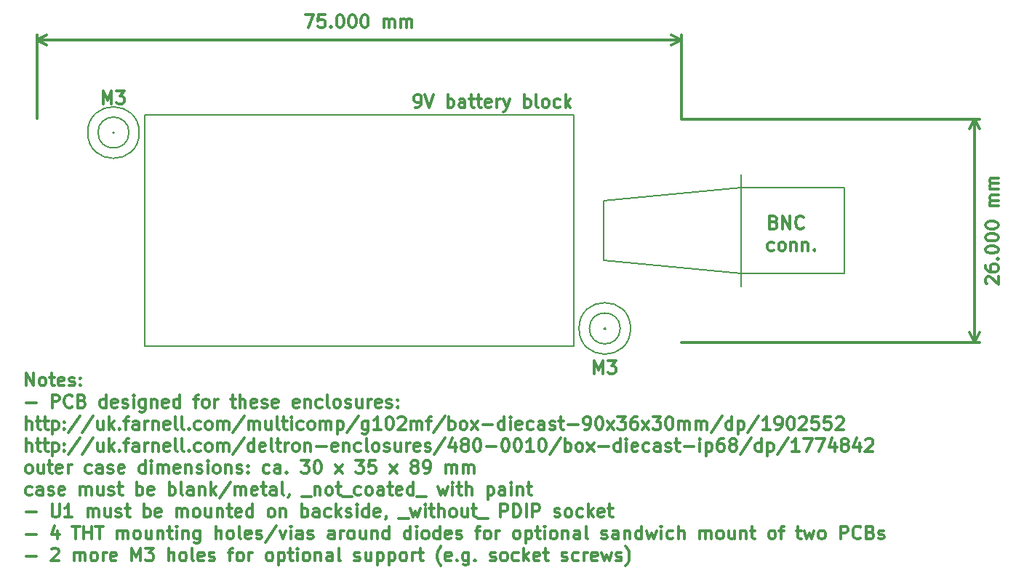
<source format=gbr>
G04 #@! TF.GenerationSoftware,KiCad,Pcbnew,(5.0.0-rc2-dev-691-g31b026c)*
G04 #@! TF.CreationDate,2018-06-05T10:47:32+02:00*
G04 #@! TF.ProjectId,DIY_detector,4449595F6465746563746F722E6B6963,V1.1*
G04 #@! TF.SameCoordinates,Original*
G04 #@! TF.FileFunction,Drawing*
%FSLAX46Y46*%
G04 Gerber Fmt 4.6, Leading zero omitted, Abs format (unit mm)*
G04 Created by KiCad (PCBNEW (5.0.0-rc2-dev-691-g31b026c)) date 2018 June 05, Tuesday 10:47:32*
%MOMM*%
%LPD*%
G01*
G04 APERTURE LIST*
%ADD10C,0.300000*%
%ADD11C,0.200000*%
%ADD12C,0.150000*%
G04 APERTURE END LIST*
D10*
X131214285Y-87378571D02*
X132214285Y-87378571D01*
X131571428Y-88878571D01*
X133500000Y-87378571D02*
X132785714Y-87378571D01*
X132714285Y-88092857D01*
X132785714Y-88021428D01*
X132928571Y-87950000D01*
X133285714Y-87950000D01*
X133428571Y-88021428D01*
X133500000Y-88092857D01*
X133571428Y-88235714D01*
X133571428Y-88592857D01*
X133500000Y-88735714D01*
X133428571Y-88807142D01*
X133285714Y-88878571D01*
X132928571Y-88878571D01*
X132785714Y-88807142D01*
X132714285Y-88735714D01*
X134214285Y-88735714D02*
X134285714Y-88807142D01*
X134214285Y-88878571D01*
X134142857Y-88807142D01*
X134214285Y-88735714D01*
X134214285Y-88878571D01*
X135214285Y-87378571D02*
X135357142Y-87378571D01*
X135500000Y-87450000D01*
X135571428Y-87521428D01*
X135642857Y-87664285D01*
X135714285Y-87950000D01*
X135714285Y-88307142D01*
X135642857Y-88592857D01*
X135571428Y-88735714D01*
X135500000Y-88807142D01*
X135357142Y-88878571D01*
X135214285Y-88878571D01*
X135071428Y-88807142D01*
X135000000Y-88735714D01*
X134928571Y-88592857D01*
X134857142Y-88307142D01*
X134857142Y-87950000D01*
X134928571Y-87664285D01*
X135000000Y-87521428D01*
X135071428Y-87450000D01*
X135214285Y-87378571D01*
X136642857Y-87378571D02*
X136785714Y-87378571D01*
X136928571Y-87450000D01*
X137000000Y-87521428D01*
X137071428Y-87664285D01*
X137142857Y-87950000D01*
X137142857Y-88307142D01*
X137071428Y-88592857D01*
X137000000Y-88735714D01*
X136928571Y-88807142D01*
X136785714Y-88878571D01*
X136642857Y-88878571D01*
X136500000Y-88807142D01*
X136428571Y-88735714D01*
X136357142Y-88592857D01*
X136285714Y-88307142D01*
X136285714Y-87950000D01*
X136357142Y-87664285D01*
X136428571Y-87521428D01*
X136500000Y-87450000D01*
X136642857Y-87378571D01*
X138071428Y-87378571D02*
X138214285Y-87378571D01*
X138357142Y-87450000D01*
X138428571Y-87521428D01*
X138500000Y-87664285D01*
X138571428Y-87950000D01*
X138571428Y-88307142D01*
X138500000Y-88592857D01*
X138428571Y-88735714D01*
X138357142Y-88807142D01*
X138214285Y-88878571D01*
X138071428Y-88878571D01*
X137928571Y-88807142D01*
X137857142Y-88735714D01*
X137785714Y-88592857D01*
X137714285Y-88307142D01*
X137714285Y-87950000D01*
X137785714Y-87664285D01*
X137857142Y-87521428D01*
X137928571Y-87450000D01*
X138071428Y-87378571D01*
X140357142Y-88878571D02*
X140357142Y-87878571D01*
X140357142Y-88021428D02*
X140428571Y-87950000D01*
X140571428Y-87878571D01*
X140785714Y-87878571D01*
X140928571Y-87950000D01*
X141000000Y-88092857D01*
X141000000Y-88878571D01*
X141000000Y-88092857D02*
X141071428Y-87950000D01*
X141214285Y-87878571D01*
X141428571Y-87878571D01*
X141571428Y-87950000D01*
X141642857Y-88092857D01*
X141642857Y-88878571D01*
X142357142Y-88878571D02*
X142357142Y-87878571D01*
X142357142Y-88021428D02*
X142428571Y-87950000D01*
X142571428Y-87878571D01*
X142785714Y-87878571D01*
X142928571Y-87950000D01*
X143000000Y-88092857D01*
X143000000Y-88878571D01*
X143000000Y-88092857D02*
X143071428Y-87950000D01*
X143214285Y-87878571D01*
X143428571Y-87878571D01*
X143571428Y-87950000D01*
X143642857Y-88092857D01*
X143642857Y-88878571D01*
X175000000Y-90300000D02*
X100000000Y-90300000D01*
X175000000Y-99500000D02*
X175000000Y-89713579D01*
X100000000Y-99500000D02*
X100000000Y-89713579D01*
X100000000Y-90300000D02*
X101126504Y-89713579D01*
X100000000Y-90300000D02*
X101126504Y-90886421D01*
X175000000Y-90300000D02*
X173873496Y-89713579D01*
X175000000Y-90300000D02*
X173873496Y-90886421D01*
X210544999Y-118725072D02*
X210473571Y-118653644D01*
X210402142Y-118510787D01*
X210402142Y-118153644D01*
X210473571Y-118010787D01*
X210544999Y-117939358D01*
X210687856Y-117867929D01*
X210830713Y-117867929D01*
X211044999Y-117939358D01*
X211902142Y-118796501D01*
X211902142Y-117867929D01*
X210402142Y-116582215D02*
X210402142Y-116867929D01*
X210473571Y-117010787D01*
X210544999Y-117082215D01*
X210759285Y-117225072D01*
X211044999Y-117296501D01*
X211616428Y-117296501D01*
X211759285Y-117225072D01*
X211830713Y-117153644D01*
X211902142Y-117010787D01*
X211902142Y-116725072D01*
X211830713Y-116582215D01*
X211759285Y-116510787D01*
X211616428Y-116439358D01*
X211259285Y-116439358D01*
X211116428Y-116510787D01*
X211044999Y-116582215D01*
X210973571Y-116725072D01*
X210973571Y-117010787D01*
X211044999Y-117153644D01*
X211116428Y-117225072D01*
X211259285Y-117296501D01*
X211759285Y-115796501D02*
X211830713Y-115725072D01*
X211902142Y-115796501D01*
X211830713Y-115867929D01*
X211759285Y-115796501D01*
X211902142Y-115796501D01*
X210402142Y-114796501D02*
X210402142Y-114653644D01*
X210473571Y-114510787D01*
X210544999Y-114439358D01*
X210687856Y-114367929D01*
X210973571Y-114296501D01*
X211330713Y-114296501D01*
X211616428Y-114367929D01*
X211759285Y-114439358D01*
X211830713Y-114510787D01*
X211902142Y-114653644D01*
X211902142Y-114796501D01*
X211830713Y-114939358D01*
X211759285Y-115010787D01*
X211616428Y-115082215D01*
X211330713Y-115153644D01*
X210973571Y-115153644D01*
X210687856Y-115082215D01*
X210544999Y-115010787D01*
X210473571Y-114939358D01*
X210402142Y-114796501D01*
X210402142Y-113367929D02*
X210402142Y-113225072D01*
X210473571Y-113082215D01*
X210544999Y-113010787D01*
X210687856Y-112939358D01*
X210973571Y-112867929D01*
X211330713Y-112867929D01*
X211616428Y-112939358D01*
X211759285Y-113010787D01*
X211830713Y-113082215D01*
X211902142Y-113225072D01*
X211902142Y-113367929D01*
X211830713Y-113510787D01*
X211759285Y-113582215D01*
X211616428Y-113653644D01*
X211330713Y-113725072D01*
X210973571Y-113725072D01*
X210687856Y-113653644D01*
X210544999Y-113582215D01*
X210473571Y-113510787D01*
X210402142Y-113367929D01*
X210402142Y-111939358D02*
X210402142Y-111796501D01*
X210473571Y-111653644D01*
X210544999Y-111582215D01*
X210687856Y-111510787D01*
X210973571Y-111439358D01*
X211330713Y-111439358D01*
X211616428Y-111510787D01*
X211759285Y-111582215D01*
X211830713Y-111653644D01*
X211902142Y-111796501D01*
X211902142Y-111939358D01*
X211830713Y-112082215D01*
X211759285Y-112153644D01*
X211616428Y-112225072D01*
X211330713Y-112296501D01*
X210973571Y-112296501D01*
X210687856Y-112225072D01*
X210544999Y-112153644D01*
X210473571Y-112082215D01*
X210402142Y-111939358D01*
X211902142Y-109653644D02*
X210902142Y-109653644D01*
X211044999Y-109653644D02*
X210973571Y-109582215D01*
X210902142Y-109439358D01*
X210902142Y-109225072D01*
X210973571Y-109082215D01*
X211116428Y-109010787D01*
X211902142Y-109010787D01*
X211116428Y-109010787D02*
X210973571Y-108939358D01*
X210902142Y-108796501D01*
X210902142Y-108582215D01*
X210973571Y-108439358D01*
X211116428Y-108367929D01*
X211902142Y-108367929D01*
X211902142Y-107653644D02*
X210902142Y-107653644D01*
X211044999Y-107653644D02*
X210973571Y-107582215D01*
X210902142Y-107439358D01*
X210902142Y-107225072D01*
X210973571Y-107082215D01*
X211116428Y-107010787D01*
X211902142Y-107010787D01*
X211116428Y-107010787D02*
X210973571Y-106939358D01*
X210902142Y-106796501D01*
X210902142Y-106582215D01*
X210973571Y-106439358D01*
X211116428Y-106367929D01*
X211902142Y-106367929D01*
X209123571Y-125510787D02*
X209123571Y-99510787D01*
X175023571Y-125510787D02*
X209709992Y-125510787D01*
X175023571Y-99510787D02*
X209709992Y-99510787D01*
X209123571Y-99510787D02*
X209709992Y-100637291D01*
X209123571Y-99510787D02*
X208537150Y-100637291D01*
X209123571Y-125510787D02*
X209709992Y-124384283D01*
X209123571Y-125510787D02*
X208537150Y-124384283D01*
D11*
X169100000Y-123900000D02*
G75*
G03X169100000Y-123900000I-3000000J0D01*
G01*
X111900000Y-101100000D02*
G75*
G03X111900000Y-101100000I-3000000J0D01*
G01*
D12*
X108800000Y-101100000D02*
X109000000Y-101100000D01*
X108900000Y-101000000D02*
X108900000Y-101200000D01*
D10*
X107685714Y-97778571D02*
X107685714Y-96278571D01*
X108185714Y-97350000D01*
X108685714Y-96278571D01*
X108685714Y-97778571D01*
X109257142Y-96278571D02*
X110185714Y-96278571D01*
X109685714Y-96850000D01*
X109900000Y-96850000D01*
X110042857Y-96921428D01*
X110114285Y-96992857D01*
X110185714Y-97135714D01*
X110185714Y-97492857D01*
X110114285Y-97635714D01*
X110042857Y-97707142D01*
X109900000Y-97778571D01*
X109471428Y-97778571D01*
X109328571Y-97707142D01*
X109257142Y-97635714D01*
X164885714Y-129178571D02*
X164885714Y-127678571D01*
X165385714Y-128750000D01*
X165885714Y-127678571D01*
X165885714Y-129178571D01*
X166457142Y-127678571D02*
X167385714Y-127678571D01*
X166885714Y-128250000D01*
X167100000Y-128250000D01*
X167242857Y-128321428D01*
X167314285Y-128392857D01*
X167385714Y-128535714D01*
X167385714Y-128892857D01*
X167314285Y-129035714D01*
X167242857Y-129107142D01*
X167100000Y-129178571D01*
X166671428Y-129178571D01*
X166528571Y-129107142D01*
X166457142Y-129035714D01*
D12*
X166000000Y-123900000D02*
X166200000Y-123900000D01*
X166100000Y-123800000D02*
X166100000Y-124000000D01*
D11*
X167900000Y-123900000D02*
G75*
G03X167900000Y-123900000I-1800000J0D01*
G01*
X110700000Y-101100000D02*
G75*
G03X110700000Y-101100000I-1800000J0D01*
G01*
D10*
X144035714Y-98178571D02*
X144321428Y-98178571D01*
X144464285Y-98107142D01*
X144535714Y-98035714D01*
X144678571Y-97821428D01*
X144750000Y-97535714D01*
X144750000Y-96964285D01*
X144678571Y-96821428D01*
X144607142Y-96750000D01*
X144464285Y-96678571D01*
X144178571Y-96678571D01*
X144035714Y-96750000D01*
X143964285Y-96821428D01*
X143892857Y-96964285D01*
X143892857Y-97321428D01*
X143964285Y-97464285D01*
X144035714Y-97535714D01*
X144178571Y-97607142D01*
X144464285Y-97607142D01*
X144607142Y-97535714D01*
X144678571Y-97464285D01*
X144750000Y-97321428D01*
X145178571Y-96678571D02*
X145678571Y-98178571D01*
X146178571Y-96678571D01*
X147821428Y-98178571D02*
X147821428Y-96678571D01*
X147821428Y-97250000D02*
X147964285Y-97178571D01*
X148250000Y-97178571D01*
X148392857Y-97250000D01*
X148464285Y-97321428D01*
X148535714Y-97464285D01*
X148535714Y-97892857D01*
X148464285Y-98035714D01*
X148392857Y-98107142D01*
X148250000Y-98178571D01*
X147964285Y-98178571D01*
X147821428Y-98107142D01*
X149821428Y-98178571D02*
X149821428Y-97392857D01*
X149750000Y-97250000D01*
X149607142Y-97178571D01*
X149321428Y-97178571D01*
X149178571Y-97250000D01*
X149821428Y-98107142D02*
X149678571Y-98178571D01*
X149321428Y-98178571D01*
X149178571Y-98107142D01*
X149107142Y-97964285D01*
X149107142Y-97821428D01*
X149178571Y-97678571D01*
X149321428Y-97607142D01*
X149678571Y-97607142D01*
X149821428Y-97535714D01*
X150321428Y-97178571D02*
X150892857Y-97178571D01*
X150535714Y-96678571D02*
X150535714Y-97964285D01*
X150607142Y-98107142D01*
X150750000Y-98178571D01*
X150892857Y-98178571D01*
X151178571Y-97178571D02*
X151750000Y-97178571D01*
X151392857Y-96678571D02*
X151392857Y-97964285D01*
X151464285Y-98107142D01*
X151607142Y-98178571D01*
X151750000Y-98178571D01*
X152821428Y-98107142D02*
X152678571Y-98178571D01*
X152392857Y-98178571D01*
X152250000Y-98107142D01*
X152178571Y-97964285D01*
X152178571Y-97392857D01*
X152250000Y-97250000D01*
X152392857Y-97178571D01*
X152678571Y-97178571D01*
X152821428Y-97250000D01*
X152892857Y-97392857D01*
X152892857Y-97535714D01*
X152178571Y-97678571D01*
X153535714Y-98178571D02*
X153535714Y-97178571D01*
X153535714Y-97464285D02*
X153607142Y-97321428D01*
X153678571Y-97250000D01*
X153821428Y-97178571D01*
X153964285Y-97178571D01*
X154321428Y-97178571D02*
X154678571Y-98178571D01*
X155035714Y-97178571D02*
X154678571Y-98178571D01*
X154535714Y-98535714D01*
X154464285Y-98607142D01*
X154321428Y-98678571D01*
X156750000Y-98178571D02*
X156750000Y-96678571D01*
X156750000Y-97250000D02*
X156892857Y-97178571D01*
X157178571Y-97178571D01*
X157321428Y-97250000D01*
X157392857Y-97321428D01*
X157464285Y-97464285D01*
X157464285Y-97892857D01*
X157392857Y-98035714D01*
X157321428Y-98107142D01*
X157178571Y-98178571D01*
X156892857Y-98178571D01*
X156750000Y-98107142D01*
X158321428Y-98178571D02*
X158178571Y-98107142D01*
X158107142Y-97964285D01*
X158107142Y-96678571D01*
X159107142Y-98178571D02*
X158964285Y-98107142D01*
X158892857Y-98035714D01*
X158821428Y-97892857D01*
X158821428Y-97464285D01*
X158892857Y-97321428D01*
X158964285Y-97250000D01*
X159107142Y-97178571D01*
X159321428Y-97178571D01*
X159464285Y-97250000D01*
X159535714Y-97321428D01*
X159607142Y-97464285D01*
X159607142Y-97892857D01*
X159535714Y-98035714D01*
X159464285Y-98107142D01*
X159321428Y-98178571D01*
X159107142Y-98178571D01*
X160892857Y-98107142D02*
X160750000Y-98178571D01*
X160464285Y-98178571D01*
X160321428Y-98107142D01*
X160250000Y-98035714D01*
X160178571Y-97892857D01*
X160178571Y-97464285D01*
X160250000Y-97321428D01*
X160321428Y-97250000D01*
X160464285Y-97178571D01*
X160750000Y-97178571D01*
X160892857Y-97250000D01*
X161535714Y-98178571D02*
X161535714Y-96678571D01*
X161678571Y-97607142D02*
X162107142Y-98178571D01*
X162107142Y-97178571D02*
X161535714Y-97750000D01*
D11*
X162500000Y-99000000D02*
X112500000Y-99000000D01*
X162500000Y-126000000D02*
X162500000Y-99000000D01*
X112500000Y-126000000D02*
X162500000Y-126000000D01*
X112500000Y-126000000D02*
X112500000Y-99000000D01*
D10*
X185800000Y-111517857D02*
X186014285Y-111589285D01*
X186085714Y-111660714D01*
X186157142Y-111803571D01*
X186157142Y-112017857D01*
X186085714Y-112160714D01*
X186014285Y-112232142D01*
X185871428Y-112303571D01*
X185300000Y-112303571D01*
X185300000Y-110803571D01*
X185800000Y-110803571D01*
X185942857Y-110875000D01*
X186014285Y-110946428D01*
X186085714Y-111089285D01*
X186085714Y-111232142D01*
X186014285Y-111375000D01*
X185942857Y-111446428D01*
X185800000Y-111517857D01*
X185300000Y-111517857D01*
X186800000Y-112303571D02*
X186800000Y-110803571D01*
X187657142Y-112303571D01*
X187657142Y-110803571D01*
X189228571Y-112160714D02*
X189157142Y-112232142D01*
X188942857Y-112303571D01*
X188800000Y-112303571D01*
X188585714Y-112232142D01*
X188442857Y-112089285D01*
X188371428Y-111946428D01*
X188300000Y-111660714D01*
X188300000Y-111446428D01*
X188371428Y-111160714D01*
X188442857Y-111017857D01*
X188585714Y-110875000D01*
X188800000Y-110803571D01*
X188942857Y-110803571D01*
X189157142Y-110875000D01*
X189228571Y-110946428D01*
X185764285Y-114782142D02*
X185621428Y-114853571D01*
X185335714Y-114853571D01*
X185192857Y-114782142D01*
X185121428Y-114710714D01*
X185050000Y-114567857D01*
X185050000Y-114139285D01*
X185121428Y-113996428D01*
X185192857Y-113925000D01*
X185335714Y-113853571D01*
X185621428Y-113853571D01*
X185764285Y-113925000D01*
X186621428Y-114853571D02*
X186478571Y-114782142D01*
X186407142Y-114710714D01*
X186335714Y-114567857D01*
X186335714Y-114139285D01*
X186407142Y-113996428D01*
X186478571Y-113925000D01*
X186621428Y-113853571D01*
X186835714Y-113853571D01*
X186978571Y-113925000D01*
X187050000Y-113996428D01*
X187121428Y-114139285D01*
X187121428Y-114567857D01*
X187050000Y-114710714D01*
X186978571Y-114782142D01*
X186835714Y-114853571D01*
X186621428Y-114853571D01*
X187764285Y-113853571D02*
X187764285Y-114853571D01*
X187764285Y-113996428D02*
X187835714Y-113925000D01*
X187978571Y-113853571D01*
X188192857Y-113853571D01*
X188335714Y-113925000D01*
X188407142Y-114067857D01*
X188407142Y-114853571D01*
X189121428Y-113853571D02*
X189121428Y-114853571D01*
X189121428Y-113996428D02*
X189192857Y-113925000D01*
X189335714Y-113853571D01*
X189550000Y-113853571D01*
X189692857Y-113925000D01*
X189764285Y-114067857D01*
X189764285Y-114853571D01*
X190478571Y-114710714D02*
X190550000Y-114782142D01*
X190478571Y-114853571D01*
X190407142Y-114782142D01*
X190478571Y-114710714D01*
X190478571Y-114853571D01*
D11*
X182000000Y-106000000D02*
X182000000Y-119000000D01*
X194000000Y-117500000D02*
X182000000Y-117500000D01*
X194000000Y-107500000D02*
X194000000Y-117500000D01*
X182000000Y-107500000D02*
X194000000Y-107500000D01*
X166000000Y-109000000D02*
X182000000Y-107500000D01*
X166000000Y-116000000D02*
X166000000Y-109000000D01*
X182000000Y-117500000D02*
X166000000Y-116000000D01*
D10*
X98752142Y-130578571D02*
X98752142Y-129078571D01*
X99609285Y-130578571D01*
X99609285Y-129078571D01*
X100537857Y-130578571D02*
X100395000Y-130507142D01*
X100323571Y-130435714D01*
X100252142Y-130292857D01*
X100252142Y-129864285D01*
X100323571Y-129721428D01*
X100395000Y-129650000D01*
X100537857Y-129578571D01*
X100752142Y-129578571D01*
X100895000Y-129650000D01*
X100966428Y-129721428D01*
X101037857Y-129864285D01*
X101037857Y-130292857D01*
X100966428Y-130435714D01*
X100895000Y-130507142D01*
X100752142Y-130578571D01*
X100537857Y-130578571D01*
X101466428Y-129578571D02*
X102037857Y-129578571D01*
X101680714Y-129078571D02*
X101680714Y-130364285D01*
X101752142Y-130507142D01*
X101895000Y-130578571D01*
X102037857Y-130578571D01*
X103109285Y-130507142D02*
X102966428Y-130578571D01*
X102680714Y-130578571D01*
X102537857Y-130507142D01*
X102466428Y-130364285D01*
X102466428Y-129792857D01*
X102537857Y-129650000D01*
X102680714Y-129578571D01*
X102966428Y-129578571D01*
X103109285Y-129650000D01*
X103180714Y-129792857D01*
X103180714Y-129935714D01*
X102466428Y-130078571D01*
X103752142Y-130507142D02*
X103895000Y-130578571D01*
X104180714Y-130578571D01*
X104323571Y-130507142D01*
X104395000Y-130364285D01*
X104395000Y-130292857D01*
X104323571Y-130150000D01*
X104180714Y-130078571D01*
X103966428Y-130078571D01*
X103823571Y-130007142D01*
X103752142Y-129864285D01*
X103752142Y-129792857D01*
X103823571Y-129650000D01*
X103966428Y-129578571D01*
X104180714Y-129578571D01*
X104323571Y-129650000D01*
X105037857Y-130435714D02*
X105109285Y-130507142D01*
X105037857Y-130578571D01*
X104966428Y-130507142D01*
X105037857Y-130435714D01*
X105037857Y-130578571D01*
X105037857Y-129650000D02*
X105109285Y-129721428D01*
X105037857Y-129792857D01*
X104966428Y-129721428D01*
X105037857Y-129650000D01*
X105037857Y-129792857D01*
X98752142Y-132557142D02*
X99895000Y-132557142D01*
X101752142Y-133128571D02*
X101752142Y-131628571D01*
X102323571Y-131628571D01*
X102466428Y-131700000D01*
X102537857Y-131771428D01*
X102609285Y-131914285D01*
X102609285Y-132128571D01*
X102537857Y-132271428D01*
X102466428Y-132342857D01*
X102323571Y-132414285D01*
X101752142Y-132414285D01*
X104109285Y-132985714D02*
X104037857Y-133057142D01*
X103823571Y-133128571D01*
X103680714Y-133128571D01*
X103466428Y-133057142D01*
X103323571Y-132914285D01*
X103252142Y-132771428D01*
X103180714Y-132485714D01*
X103180714Y-132271428D01*
X103252142Y-131985714D01*
X103323571Y-131842857D01*
X103466428Y-131700000D01*
X103680714Y-131628571D01*
X103823571Y-131628571D01*
X104037857Y-131700000D01*
X104109285Y-131771428D01*
X105252142Y-132342857D02*
X105466428Y-132414285D01*
X105537857Y-132485714D01*
X105609285Y-132628571D01*
X105609285Y-132842857D01*
X105537857Y-132985714D01*
X105466428Y-133057142D01*
X105323571Y-133128571D01*
X104752142Y-133128571D01*
X104752142Y-131628571D01*
X105252142Y-131628571D01*
X105395000Y-131700000D01*
X105466428Y-131771428D01*
X105537857Y-131914285D01*
X105537857Y-132057142D01*
X105466428Y-132200000D01*
X105395000Y-132271428D01*
X105252142Y-132342857D01*
X104752142Y-132342857D01*
X108037857Y-133128571D02*
X108037857Y-131628571D01*
X108037857Y-133057142D02*
X107895000Y-133128571D01*
X107609285Y-133128571D01*
X107466428Y-133057142D01*
X107395000Y-132985714D01*
X107323571Y-132842857D01*
X107323571Y-132414285D01*
X107395000Y-132271428D01*
X107466428Y-132200000D01*
X107609285Y-132128571D01*
X107895000Y-132128571D01*
X108037857Y-132200000D01*
X109323571Y-133057142D02*
X109180714Y-133128571D01*
X108895000Y-133128571D01*
X108752142Y-133057142D01*
X108680714Y-132914285D01*
X108680714Y-132342857D01*
X108752142Y-132200000D01*
X108895000Y-132128571D01*
X109180714Y-132128571D01*
X109323571Y-132200000D01*
X109395000Y-132342857D01*
X109395000Y-132485714D01*
X108680714Y-132628571D01*
X109966428Y-133057142D02*
X110109285Y-133128571D01*
X110395000Y-133128571D01*
X110537857Y-133057142D01*
X110609285Y-132914285D01*
X110609285Y-132842857D01*
X110537857Y-132700000D01*
X110395000Y-132628571D01*
X110180714Y-132628571D01*
X110037857Y-132557142D01*
X109966428Y-132414285D01*
X109966428Y-132342857D01*
X110037857Y-132200000D01*
X110180714Y-132128571D01*
X110395000Y-132128571D01*
X110537857Y-132200000D01*
X111252142Y-133128571D02*
X111252142Y-132128571D01*
X111252142Y-131628571D02*
X111180714Y-131700000D01*
X111252142Y-131771428D01*
X111323571Y-131700000D01*
X111252142Y-131628571D01*
X111252142Y-131771428D01*
X112609285Y-132128571D02*
X112609285Y-133342857D01*
X112537857Y-133485714D01*
X112466428Y-133557142D01*
X112323571Y-133628571D01*
X112109285Y-133628571D01*
X111966428Y-133557142D01*
X112609285Y-133057142D02*
X112466428Y-133128571D01*
X112180714Y-133128571D01*
X112037857Y-133057142D01*
X111966428Y-132985714D01*
X111895000Y-132842857D01*
X111895000Y-132414285D01*
X111966428Y-132271428D01*
X112037857Y-132200000D01*
X112180714Y-132128571D01*
X112466428Y-132128571D01*
X112609285Y-132200000D01*
X113323571Y-132128571D02*
X113323571Y-133128571D01*
X113323571Y-132271428D02*
X113395000Y-132200000D01*
X113537857Y-132128571D01*
X113752142Y-132128571D01*
X113895000Y-132200000D01*
X113966428Y-132342857D01*
X113966428Y-133128571D01*
X115252142Y-133057142D02*
X115109285Y-133128571D01*
X114823571Y-133128571D01*
X114680714Y-133057142D01*
X114609285Y-132914285D01*
X114609285Y-132342857D01*
X114680714Y-132200000D01*
X114823571Y-132128571D01*
X115109285Y-132128571D01*
X115252142Y-132200000D01*
X115323571Y-132342857D01*
X115323571Y-132485714D01*
X114609285Y-132628571D01*
X116609285Y-133128571D02*
X116609285Y-131628571D01*
X116609285Y-133057142D02*
X116466428Y-133128571D01*
X116180714Y-133128571D01*
X116037857Y-133057142D01*
X115966428Y-132985714D01*
X115895000Y-132842857D01*
X115895000Y-132414285D01*
X115966428Y-132271428D01*
X116037857Y-132200000D01*
X116180714Y-132128571D01*
X116466428Y-132128571D01*
X116609285Y-132200000D01*
X118252142Y-132128571D02*
X118823571Y-132128571D01*
X118466428Y-133128571D02*
X118466428Y-131842857D01*
X118537857Y-131700000D01*
X118680714Y-131628571D01*
X118823571Y-131628571D01*
X119537857Y-133128571D02*
X119395000Y-133057142D01*
X119323571Y-132985714D01*
X119252142Y-132842857D01*
X119252142Y-132414285D01*
X119323571Y-132271428D01*
X119395000Y-132200000D01*
X119537857Y-132128571D01*
X119752142Y-132128571D01*
X119895000Y-132200000D01*
X119966428Y-132271428D01*
X120037857Y-132414285D01*
X120037857Y-132842857D01*
X119966428Y-132985714D01*
X119895000Y-133057142D01*
X119752142Y-133128571D01*
X119537857Y-133128571D01*
X120680714Y-133128571D02*
X120680714Y-132128571D01*
X120680714Y-132414285D02*
X120752142Y-132271428D01*
X120823571Y-132200000D01*
X120966428Y-132128571D01*
X121109285Y-132128571D01*
X122537857Y-132128571D02*
X123109285Y-132128571D01*
X122752142Y-131628571D02*
X122752142Y-132914285D01*
X122823571Y-133057142D01*
X122966428Y-133128571D01*
X123109285Y-133128571D01*
X123609285Y-133128571D02*
X123609285Y-131628571D01*
X124252142Y-133128571D02*
X124252142Y-132342857D01*
X124180714Y-132200000D01*
X124037857Y-132128571D01*
X123823571Y-132128571D01*
X123680714Y-132200000D01*
X123609285Y-132271428D01*
X125537857Y-133057142D02*
X125395000Y-133128571D01*
X125109285Y-133128571D01*
X124966428Y-133057142D01*
X124895000Y-132914285D01*
X124895000Y-132342857D01*
X124966428Y-132200000D01*
X125109285Y-132128571D01*
X125395000Y-132128571D01*
X125537857Y-132200000D01*
X125609285Y-132342857D01*
X125609285Y-132485714D01*
X124895000Y-132628571D01*
X126180714Y-133057142D02*
X126323571Y-133128571D01*
X126609285Y-133128571D01*
X126752142Y-133057142D01*
X126823571Y-132914285D01*
X126823571Y-132842857D01*
X126752142Y-132700000D01*
X126609285Y-132628571D01*
X126395000Y-132628571D01*
X126252142Y-132557142D01*
X126180714Y-132414285D01*
X126180714Y-132342857D01*
X126252142Y-132200000D01*
X126395000Y-132128571D01*
X126609285Y-132128571D01*
X126752142Y-132200000D01*
X128037857Y-133057142D02*
X127895000Y-133128571D01*
X127609285Y-133128571D01*
X127466428Y-133057142D01*
X127395000Y-132914285D01*
X127395000Y-132342857D01*
X127466428Y-132200000D01*
X127609285Y-132128571D01*
X127895000Y-132128571D01*
X128037857Y-132200000D01*
X128109285Y-132342857D01*
X128109285Y-132485714D01*
X127395000Y-132628571D01*
X130466428Y-133057142D02*
X130323571Y-133128571D01*
X130037857Y-133128571D01*
X129895000Y-133057142D01*
X129823571Y-132914285D01*
X129823571Y-132342857D01*
X129895000Y-132200000D01*
X130037857Y-132128571D01*
X130323571Y-132128571D01*
X130466428Y-132200000D01*
X130537857Y-132342857D01*
X130537857Y-132485714D01*
X129823571Y-132628571D01*
X131180714Y-132128571D02*
X131180714Y-133128571D01*
X131180714Y-132271428D02*
X131252142Y-132200000D01*
X131395000Y-132128571D01*
X131609285Y-132128571D01*
X131752142Y-132200000D01*
X131823571Y-132342857D01*
X131823571Y-133128571D01*
X133180714Y-133057142D02*
X133037857Y-133128571D01*
X132752142Y-133128571D01*
X132609285Y-133057142D01*
X132537857Y-132985714D01*
X132466428Y-132842857D01*
X132466428Y-132414285D01*
X132537857Y-132271428D01*
X132609285Y-132200000D01*
X132752142Y-132128571D01*
X133037857Y-132128571D01*
X133180714Y-132200000D01*
X134037857Y-133128571D02*
X133895000Y-133057142D01*
X133823571Y-132914285D01*
X133823571Y-131628571D01*
X134823571Y-133128571D02*
X134680714Y-133057142D01*
X134609285Y-132985714D01*
X134537857Y-132842857D01*
X134537857Y-132414285D01*
X134609285Y-132271428D01*
X134680714Y-132200000D01*
X134823571Y-132128571D01*
X135037857Y-132128571D01*
X135180714Y-132200000D01*
X135252142Y-132271428D01*
X135323571Y-132414285D01*
X135323571Y-132842857D01*
X135252142Y-132985714D01*
X135180714Y-133057142D01*
X135037857Y-133128571D01*
X134823571Y-133128571D01*
X135895000Y-133057142D02*
X136037857Y-133128571D01*
X136323571Y-133128571D01*
X136466428Y-133057142D01*
X136537857Y-132914285D01*
X136537857Y-132842857D01*
X136466428Y-132700000D01*
X136323571Y-132628571D01*
X136109285Y-132628571D01*
X135966428Y-132557142D01*
X135895000Y-132414285D01*
X135895000Y-132342857D01*
X135966428Y-132200000D01*
X136109285Y-132128571D01*
X136323571Y-132128571D01*
X136466428Y-132200000D01*
X137823571Y-132128571D02*
X137823571Y-133128571D01*
X137180714Y-132128571D02*
X137180714Y-132914285D01*
X137252142Y-133057142D01*
X137395000Y-133128571D01*
X137609285Y-133128571D01*
X137752142Y-133057142D01*
X137823571Y-132985714D01*
X138537857Y-133128571D02*
X138537857Y-132128571D01*
X138537857Y-132414285D02*
X138609285Y-132271428D01*
X138680714Y-132200000D01*
X138823571Y-132128571D01*
X138966428Y-132128571D01*
X140037857Y-133057142D02*
X139895000Y-133128571D01*
X139609285Y-133128571D01*
X139466428Y-133057142D01*
X139395000Y-132914285D01*
X139395000Y-132342857D01*
X139466428Y-132200000D01*
X139609285Y-132128571D01*
X139895000Y-132128571D01*
X140037857Y-132200000D01*
X140109285Y-132342857D01*
X140109285Y-132485714D01*
X139395000Y-132628571D01*
X140680714Y-133057142D02*
X140823571Y-133128571D01*
X141109285Y-133128571D01*
X141252142Y-133057142D01*
X141323571Y-132914285D01*
X141323571Y-132842857D01*
X141252142Y-132700000D01*
X141109285Y-132628571D01*
X140895000Y-132628571D01*
X140752142Y-132557142D01*
X140680714Y-132414285D01*
X140680714Y-132342857D01*
X140752142Y-132200000D01*
X140895000Y-132128571D01*
X141109285Y-132128571D01*
X141252142Y-132200000D01*
X141966428Y-132985714D02*
X142037857Y-133057142D01*
X141966428Y-133128571D01*
X141895000Y-133057142D01*
X141966428Y-132985714D01*
X141966428Y-133128571D01*
X141966428Y-132200000D02*
X142037857Y-132271428D01*
X141966428Y-132342857D01*
X141895000Y-132271428D01*
X141966428Y-132200000D01*
X141966428Y-132342857D01*
X98752142Y-135678571D02*
X98752142Y-134178571D01*
X99395000Y-135678571D02*
X99395000Y-134892857D01*
X99323571Y-134750000D01*
X99180714Y-134678571D01*
X98966428Y-134678571D01*
X98823571Y-134750000D01*
X98752142Y-134821428D01*
X99895000Y-134678571D02*
X100466428Y-134678571D01*
X100109285Y-134178571D02*
X100109285Y-135464285D01*
X100180714Y-135607142D01*
X100323571Y-135678571D01*
X100466428Y-135678571D01*
X100752142Y-134678571D02*
X101323571Y-134678571D01*
X100966428Y-134178571D02*
X100966428Y-135464285D01*
X101037857Y-135607142D01*
X101180714Y-135678571D01*
X101323571Y-135678571D01*
X101823571Y-134678571D02*
X101823571Y-136178571D01*
X101823571Y-134750000D02*
X101966428Y-134678571D01*
X102252142Y-134678571D01*
X102395000Y-134750000D01*
X102466428Y-134821428D01*
X102537857Y-134964285D01*
X102537857Y-135392857D01*
X102466428Y-135535714D01*
X102395000Y-135607142D01*
X102252142Y-135678571D01*
X101966428Y-135678571D01*
X101823571Y-135607142D01*
X103180714Y-135535714D02*
X103252142Y-135607142D01*
X103180714Y-135678571D01*
X103109285Y-135607142D01*
X103180714Y-135535714D01*
X103180714Y-135678571D01*
X103180714Y-134750000D02*
X103252142Y-134821428D01*
X103180714Y-134892857D01*
X103109285Y-134821428D01*
X103180714Y-134750000D01*
X103180714Y-134892857D01*
X104966428Y-134107142D02*
X103680714Y-136035714D01*
X106537857Y-134107142D02*
X105252142Y-136035714D01*
X107680714Y-134678571D02*
X107680714Y-135678571D01*
X107037857Y-134678571D02*
X107037857Y-135464285D01*
X107109285Y-135607142D01*
X107252142Y-135678571D01*
X107466428Y-135678571D01*
X107609285Y-135607142D01*
X107680714Y-135535714D01*
X108395000Y-135678571D02*
X108395000Y-134178571D01*
X108537857Y-135107142D02*
X108966428Y-135678571D01*
X108966428Y-134678571D02*
X108395000Y-135250000D01*
X109609285Y-135535714D02*
X109680714Y-135607142D01*
X109609285Y-135678571D01*
X109537857Y-135607142D01*
X109609285Y-135535714D01*
X109609285Y-135678571D01*
X110109285Y-134678571D02*
X110680714Y-134678571D01*
X110323571Y-135678571D02*
X110323571Y-134392857D01*
X110395000Y-134250000D01*
X110537857Y-134178571D01*
X110680714Y-134178571D01*
X111823571Y-135678571D02*
X111823571Y-134892857D01*
X111752142Y-134750000D01*
X111609285Y-134678571D01*
X111323571Y-134678571D01*
X111180714Y-134750000D01*
X111823571Y-135607142D02*
X111680714Y-135678571D01*
X111323571Y-135678571D01*
X111180714Y-135607142D01*
X111109285Y-135464285D01*
X111109285Y-135321428D01*
X111180714Y-135178571D01*
X111323571Y-135107142D01*
X111680714Y-135107142D01*
X111823571Y-135035714D01*
X112537857Y-135678571D02*
X112537857Y-134678571D01*
X112537857Y-134964285D02*
X112609285Y-134821428D01*
X112680714Y-134750000D01*
X112823571Y-134678571D01*
X112966428Y-134678571D01*
X113466428Y-134678571D02*
X113466428Y-135678571D01*
X113466428Y-134821428D02*
X113537857Y-134750000D01*
X113680714Y-134678571D01*
X113895000Y-134678571D01*
X114037857Y-134750000D01*
X114109285Y-134892857D01*
X114109285Y-135678571D01*
X115395000Y-135607142D02*
X115252142Y-135678571D01*
X114966428Y-135678571D01*
X114823571Y-135607142D01*
X114752142Y-135464285D01*
X114752142Y-134892857D01*
X114823571Y-134750000D01*
X114966428Y-134678571D01*
X115252142Y-134678571D01*
X115395000Y-134750000D01*
X115466428Y-134892857D01*
X115466428Y-135035714D01*
X114752142Y-135178571D01*
X116323571Y-135678571D02*
X116180714Y-135607142D01*
X116109285Y-135464285D01*
X116109285Y-134178571D01*
X117109285Y-135678571D02*
X116966428Y-135607142D01*
X116895000Y-135464285D01*
X116895000Y-134178571D01*
X117680714Y-135535714D02*
X117752142Y-135607142D01*
X117680714Y-135678571D01*
X117609285Y-135607142D01*
X117680714Y-135535714D01*
X117680714Y-135678571D01*
X119037857Y-135607142D02*
X118895000Y-135678571D01*
X118609285Y-135678571D01*
X118466428Y-135607142D01*
X118395000Y-135535714D01*
X118323571Y-135392857D01*
X118323571Y-134964285D01*
X118395000Y-134821428D01*
X118466428Y-134750000D01*
X118609285Y-134678571D01*
X118895000Y-134678571D01*
X119037857Y-134750000D01*
X119895000Y-135678571D02*
X119752142Y-135607142D01*
X119680714Y-135535714D01*
X119609285Y-135392857D01*
X119609285Y-134964285D01*
X119680714Y-134821428D01*
X119752142Y-134750000D01*
X119895000Y-134678571D01*
X120109285Y-134678571D01*
X120252142Y-134750000D01*
X120323571Y-134821428D01*
X120395000Y-134964285D01*
X120395000Y-135392857D01*
X120323571Y-135535714D01*
X120252142Y-135607142D01*
X120109285Y-135678571D01*
X119895000Y-135678571D01*
X121037857Y-135678571D02*
X121037857Y-134678571D01*
X121037857Y-134821428D02*
X121109285Y-134750000D01*
X121252142Y-134678571D01*
X121466428Y-134678571D01*
X121609285Y-134750000D01*
X121680714Y-134892857D01*
X121680714Y-135678571D01*
X121680714Y-134892857D02*
X121752142Y-134750000D01*
X121895000Y-134678571D01*
X122109285Y-134678571D01*
X122252142Y-134750000D01*
X122323571Y-134892857D01*
X122323571Y-135678571D01*
X124109285Y-134107142D02*
X122823571Y-136035714D01*
X124609285Y-135678571D02*
X124609285Y-134678571D01*
X124609285Y-134821428D02*
X124680714Y-134750000D01*
X124823571Y-134678571D01*
X125037857Y-134678571D01*
X125180714Y-134750000D01*
X125252142Y-134892857D01*
X125252142Y-135678571D01*
X125252142Y-134892857D02*
X125323571Y-134750000D01*
X125466428Y-134678571D01*
X125680714Y-134678571D01*
X125823571Y-134750000D01*
X125895000Y-134892857D01*
X125895000Y-135678571D01*
X127252142Y-134678571D02*
X127252142Y-135678571D01*
X126609285Y-134678571D02*
X126609285Y-135464285D01*
X126680714Y-135607142D01*
X126823571Y-135678571D01*
X127037857Y-135678571D01*
X127180714Y-135607142D01*
X127252142Y-135535714D01*
X128180714Y-135678571D02*
X128037857Y-135607142D01*
X127966428Y-135464285D01*
X127966428Y-134178571D01*
X128537857Y-134678571D02*
X129109285Y-134678571D01*
X128752142Y-134178571D02*
X128752142Y-135464285D01*
X128823571Y-135607142D01*
X128966428Y-135678571D01*
X129109285Y-135678571D01*
X129609285Y-135678571D02*
X129609285Y-134678571D01*
X129609285Y-134178571D02*
X129537857Y-134250000D01*
X129609285Y-134321428D01*
X129680714Y-134250000D01*
X129609285Y-134178571D01*
X129609285Y-134321428D01*
X130966428Y-135607142D02*
X130823571Y-135678571D01*
X130537857Y-135678571D01*
X130395000Y-135607142D01*
X130323571Y-135535714D01*
X130252142Y-135392857D01*
X130252142Y-134964285D01*
X130323571Y-134821428D01*
X130395000Y-134750000D01*
X130537857Y-134678571D01*
X130823571Y-134678571D01*
X130966428Y-134750000D01*
X131823571Y-135678571D02*
X131680714Y-135607142D01*
X131609285Y-135535714D01*
X131537857Y-135392857D01*
X131537857Y-134964285D01*
X131609285Y-134821428D01*
X131680714Y-134750000D01*
X131823571Y-134678571D01*
X132037857Y-134678571D01*
X132180714Y-134750000D01*
X132252142Y-134821428D01*
X132323571Y-134964285D01*
X132323571Y-135392857D01*
X132252142Y-135535714D01*
X132180714Y-135607142D01*
X132037857Y-135678571D01*
X131823571Y-135678571D01*
X132966428Y-135678571D02*
X132966428Y-134678571D01*
X132966428Y-134821428D02*
X133037857Y-134750000D01*
X133180714Y-134678571D01*
X133395000Y-134678571D01*
X133537857Y-134750000D01*
X133609285Y-134892857D01*
X133609285Y-135678571D01*
X133609285Y-134892857D02*
X133680714Y-134750000D01*
X133823571Y-134678571D01*
X134037857Y-134678571D01*
X134180714Y-134750000D01*
X134252142Y-134892857D01*
X134252142Y-135678571D01*
X134966428Y-134678571D02*
X134966428Y-136178571D01*
X134966428Y-134750000D02*
X135109285Y-134678571D01*
X135395000Y-134678571D01*
X135537857Y-134750000D01*
X135609285Y-134821428D01*
X135680714Y-134964285D01*
X135680714Y-135392857D01*
X135609285Y-135535714D01*
X135537857Y-135607142D01*
X135395000Y-135678571D01*
X135109285Y-135678571D01*
X134966428Y-135607142D01*
X137395000Y-134107142D02*
X136109285Y-136035714D01*
X138537857Y-134678571D02*
X138537857Y-135892857D01*
X138466428Y-136035714D01*
X138395000Y-136107142D01*
X138252142Y-136178571D01*
X138037857Y-136178571D01*
X137895000Y-136107142D01*
X138537857Y-135607142D02*
X138395000Y-135678571D01*
X138109285Y-135678571D01*
X137966428Y-135607142D01*
X137895000Y-135535714D01*
X137823571Y-135392857D01*
X137823571Y-134964285D01*
X137895000Y-134821428D01*
X137966428Y-134750000D01*
X138109285Y-134678571D01*
X138395000Y-134678571D01*
X138537857Y-134750000D01*
X140037857Y-135678571D02*
X139180714Y-135678571D01*
X139609285Y-135678571D02*
X139609285Y-134178571D01*
X139466428Y-134392857D01*
X139323571Y-134535714D01*
X139180714Y-134607142D01*
X140966428Y-134178571D02*
X141109285Y-134178571D01*
X141252142Y-134250000D01*
X141323571Y-134321428D01*
X141395000Y-134464285D01*
X141466428Y-134750000D01*
X141466428Y-135107142D01*
X141395000Y-135392857D01*
X141323571Y-135535714D01*
X141252142Y-135607142D01*
X141109285Y-135678571D01*
X140966428Y-135678571D01*
X140823571Y-135607142D01*
X140752142Y-135535714D01*
X140680714Y-135392857D01*
X140609285Y-135107142D01*
X140609285Y-134750000D01*
X140680714Y-134464285D01*
X140752142Y-134321428D01*
X140823571Y-134250000D01*
X140966428Y-134178571D01*
X142037857Y-134321428D02*
X142109285Y-134250000D01*
X142252142Y-134178571D01*
X142609285Y-134178571D01*
X142752142Y-134250000D01*
X142823571Y-134321428D01*
X142895000Y-134464285D01*
X142895000Y-134607142D01*
X142823571Y-134821428D01*
X141966428Y-135678571D01*
X142895000Y-135678571D01*
X143537857Y-135678571D02*
X143537857Y-134678571D01*
X143537857Y-134821428D02*
X143609285Y-134750000D01*
X143752142Y-134678571D01*
X143966428Y-134678571D01*
X144109285Y-134750000D01*
X144180714Y-134892857D01*
X144180714Y-135678571D01*
X144180714Y-134892857D02*
X144252142Y-134750000D01*
X144395000Y-134678571D01*
X144609285Y-134678571D01*
X144752142Y-134750000D01*
X144823571Y-134892857D01*
X144823571Y-135678571D01*
X145323571Y-134678571D02*
X145895000Y-134678571D01*
X145537857Y-135678571D02*
X145537857Y-134392857D01*
X145609285Y-134250000D01*
X145752142Y-134178571D01*
X145895000Y-134178571D01*
X147466428Y-134107142D02*
X146180714Y-136035714D01*
X147966428Y-135678571D02*
X147966428Y-134178571D01*
X147966428Y-134750000D02*
X148109285Y-134678571D01*
X148395000Y-134678571D01*
X148537857Y-134750000D01*
X148609285Y-134821428D01*
X148680714Y-134964285D01*
X148680714Y-135392857D01*
X148609285Y-135535714D01*
X148537857Y-135607142D01*
X148395000Y-135678571D01*
X148109285Y-135678571D01*
X147966428Y-135607142D01*
X149537857Y-135678571D02*
X149395000Y-135607142D01*
X149323571Y-135535714D01*
X149252142Y-135392857D01*
X149252142Y-134964285D01*
X149323571Y-134821428D01*
X149395000Y-134750000D01*
X149537857Y-134678571D01*
X149752142Y-134678571D01*
X149895000Y-134750000D01*
X149966428Y-134821428D01*
X150037857Y-134964285D01*
X150037857Y-135392857D01*
X149966428Y-135535714D01*
X149895000Y-135607142D01*
X149752142Y-135678571D01*
X149537857Y-135678571D01*
X150537857Y-135678571D02*
X151323571Y-134678571D01*
X150537857Y-134678571D02*
X151323571Y-135678571D01*
X151895000Y-135107142D02*
X153037857Y-135107142D01*
X154395000Y-135678571D02*
X154395000Y-134178571D01*
X154395000Y-135607142D02*
X154252142Y-135678571D01*
X153966428Y-135678571D01*
X153823571Y-135607142D01*
X153752142Y-135535714D01*
X153680714Y-135392857D01*
X153680714Y-134964285D01*
X153752142Y-134821428D01*
X153823571Y-134750000D01*
X153966428Y-134678571D01*
X154252142Y-134678571D01*
X154395000Y-134750000D01*
X155109285Y-135678571D02*
X155109285Y-134678571D01*
X155109285Y-134178571D02*
X155037857Y-134250000D01*
X155109285Y-134321428D01*
X155180714Y-134250000D01*
X155109285Y-134178571D01*
X155109285Y-134321428D01*
X156395000Y-135607142D02*
X156252142Y-135678571D01*
X155966428Y-135678571D01*
X155823571Y-135607142D01*
X155752142Y-135464285D01*
X155752142Y-134892857D01*
X155823571Y-134750000D01*
X155966428Y-134678571D01*
X156252142Y-134678571D01*
X156395000Y-134750000D01*
X156466428Y-134892857D01*
X156466428Y-135035714D01*
X155752142Y-135178571D01*
X157752142Y-135607142D02*
X157609285Y-135678571D01*
X157323571Y-135678571D01*
X157180714Y-135607142D01*
X157109285Y-135535714D01*
X157037857Y-135392857D01*
X157037857Y-134964285D01*
X157109285Y-134821428D01*
X157180714Y-134750000D01*
X157323571Y-134678571D01*
X157609285Y-134678571D01*
X157752142Y-134750000D01*
X159037857Y-135678571D02*
X159037857Y-134892857D01*
X158966428Y-134750000D01*
X158823571Y-134678571D01*
X158537857Y-134678571D01*
X158395000Y-134750000D01*
X159037857Y-135607142D02*
X158895000Y-135678571D01*
X158537857Y-135678571D01*
X158395000Y-135607142D01*
X158323571Y-135464285D01*
X158323571Y-135321428D01*
X158395000Y-135178571D01*
X158537857Y-135107142D01*
X158895000Y-135107142D01*
X159037857Y-135035714D01*
X159680714Y-135607142D02*
X159823571Y-135678571D01*
X160109285Y-135678571D01*
X160252142Y-135607142D01*
X160323571Y-135464285D01*
X160323571Y-135392857D01*
X160252142Y-135250000D01*
X160109285Y-135178571D01*
X159895000Y-135178571D01*
X159752142Y-135107142D01*
X159680714Y-134964285D01*
X159680714Y-134892857D01*
X159752142Y-134750000D01*
X159895000Y-134678571D01*
X160109285Y-134678571D01*
X160252142Y-134750000D01*
X160752142Y-134678571D02*
X161323571Y-134678571D01*
X160966428Y-134178571D02*
X160966428Y-135464285D01*
X161037857Y-135607142D01*
X161180714Y-135678571D01*
X161323571Y-135678571D01*
X161823571Y-135107142D02*
X162966428Y-135107142D01*
X163752142Y-135678571D02*
X164037857Y-135678571D01*
X164180714Y-135607142D01*
X164252142Y-135535714D01*
X164395000Y-135321428D01*
X164466428Y-135035714D01*
X164466428Y-134464285D01*
X164395000Y-134321428D01*
X164323571Y-134250000D01*
X164180714Y-134178571D01*
X163895000Y-134178571D01*
X163752142Y-134250000D01*
X163680714Y-134321428D01*
X163609285Y-134464285D01*
X163609285Y-134821428D01*
X163680714Y-134964285D01*
X163752142Y-135035714D01*
X163895000Y-135107142D01*
X164180714Y-135107142D01*
X164323571Y-135035714D01*
X164395000Y-134964285D01*
X164466428Y-134821428D01*
X165395000Y-134178571D02*
X165537857Y-134178571D01*
X165680714Y-134250000D01*
X165752142Y-134321428D01*
X165823571Y-134464285D01*
X165895000Y-134750000D01*
X165895000Y-135107142D01*
X165823571Y-135392857D01*
X165752142Y-135535714D01*
X165680714Y-135607142D01*
X165537857Y-135678571D01*
X165395000Y-135678571D01*
X165252142Y-135607142D01*
X165180714Y-135535714D01*
X165109285Y-135392857D01*
X165037857Y-135107142D01*
X165037857Y-134750000D01*
X165109285Y-134464285D01*
X165180714Y-134321428D01*
X165252142Y-134250000D01*
X165395000Y-134178571D01*
X166395000Y-135678571D02*
X167180714Y-134678571D01*
X166395000Y-134678571D02*
X167180714Y-135678571D01*
X167609285Y-134178571D02*
X168537857Y-134178571D01*
X168037857Y-134750000D01*
X168252142Y-134750000D01*
X168395000Y-134821428D01*
X168466428Y-134892857D01*
X168537857Y-135035714D01*
X168537857Y-135392857D01*
X168466428Y-135535714D01*
X168395000Y-135607142D01*
X168252142Y-135678571D01*
X167823571Y-135678571D01*
X167680714Y-135607142D01*
X167609285Y-135535714D01*
X169823571Y-134178571D02*
X169537857Y-134178571D01*
X169395000Y-134250000D01*
X169323571Y-134321428D01*
X169180714Y-134535714D01*
X169109285Y-134821428D01*
X169109285Y-135392857D01*
X169180714Y-135535714D01*
X169252142Y-135607142D01*
X169395000Y-135678571D01*
X169680714Y-135678571D01*
X169823571Y-135607142D01*
X169895000Y-135535714D01*
X169966428Y-135392857D01*
X169966428Y-135035714D01*
X169895000Y-134892857D01*
X169823571Y-134821428D01*
X169680714Y-134750000D01*
X169395000Y-134750000D01*
X169252142Y-134821428D01*
X169180714Y-134892857D01*
X169109285Y-135035714D01*
X170466428Y-135678571D02*
X171252142Y-134678571D01*
X170466428Y-134678571D02*
X171252142Y-135678571D01*
X171680714Y-134178571D02*
X172609285Y-134178571D01*
X172109285Y-134750000D01*
X172323571Y-134750000D01*
X172466428Y-134821428D01*
X172537857Y-134892857D01*
X172609285Y-135035714D01*
X172609285Y-135392857D01*
X172537857Y-135535714D01*
X172466428Y-135607142D01*
X172323571Y-135678571D01*
X171895000Y-135678571D01*
X171752142Y-135607142D01*
X171680714Y-135535714D01*
X173537857Y-134178571D02*
X173680714Y-134178571D01*
X173823571Y-134250000D01*
X173895000Y-134321428D01*
X173966428Y-134464285D01*
X174037857Y-134750000D01*
X174037857Y-135107142D01*
X173966428Y-135392857D01*
X173895000Y-135535714D01*
X173823571Y-135607142D01*
X173680714Y-135678571D01*
X173537857Y-135678571D01*
X173395000Y-135607142D01*
X173323571Y-135535714D01*
X173252142Y-135392857D01*
X173180714Y-135107142D01*
X173180714Y-134750000D01*
X173252142Y-134464285D01*
X173323571Y-134321428D01*
X173395000Y-134250000D01*
X173537857Y-134178571D01*
X174680714Y-135678571D02*
X174680714Y-134678571D01*
X174680714Y-134821428D02*
X174752142Y-134750000D01*
X174895000Y-134678571D01*
X175109285Y-134678571D01*
X175252142Y-134750000D01*
X175323571Y-134892857D01*
X175323571Y-135678571D01*
X175323571Y-134892857D02*
X175395000Y-134750000D01*
X175537857Y-134678571D01*
X175752142Y-134678571D01*
X175895000Y-134750000D01*
X175966428Y-134892857D01*
X175966428Y-135678571D01*
X176680714Y-135678571D02*
X176680714Y-134678571D01*
X176680714Y-134821428D02*
X176752142Y-134750000D01*
X176895000Y-134678571D01*
X177109285Y-134678571D01*
X177252142Y-134750000D01*
X177323571Y-134892857D01*
X177323571Y-135678571D01*
X177323571Y-134892857D02*
X177395000Y-134750000D01*
X177537857Y-134678571D01*
X177752142Y-134678571D01*
X177895000Y-134750000D01*
X177966428Y-134892857D01*
X177966428Y-135678571D01*
X179752142Y-134107142D02*
X178466428Y-136035714D01*
X180895000Y-135678571D02*
X180895000Y-134178571D01*
X180895000Y-135607142D02*
X180752142Y-135678571D01*
X180466428Y-135678571D01*
X180323571Y-135607142D01*
X180252142Y-135535714D01*
X180180714Y-135392857D01*
X180180714Y-134964285D01*
X180252142Y-134821428D01*
X180323571Y-134750000D01*
X180466428Y-134678571D01*
X180752142Y-134678571D01*
X180895000Y-134750000D01*
X181609285Y-134678571D02*
X181609285Y-136178571D01*
X181609285Y-134750000D02*
X181752142Y-134678571D01*
X182037857Y-134678571D01*
X182180714Y-134750000D01*
X182252142Y-134821428D01*
X182323571Y-134964285D01*
X182323571Y-135392857D01*
X182252142Y-135535714D01*
X182180714Y-135607142D01*
X182037857Y-135678571D01*
X181752142Y-135678571D01*
X181609285Y-135607142D01*
X184037857Y-134107142D02*
X182752142Y-136035714D01*
X185323571Y-135678571D02*
X184466428Y-135678571D01*
X184895000Y-135678571D02*
X184895000Y-134178571D01*
X184752142Y-134392857D01*
X184609285Y-134535714D01*
X184466428Y-134607142D01*
X186037857Y-135678571D02*
X186323571Y-135678571D01*
X186466428Y-135607142D01*
X186537857Y-135535714D01*
X186680714Y-135321428D01*
X186752142Y-135035714D01*
X186752142Y-134464285D01*
X186680714Y-134321428D01*
X186609285Y-134250000D01*
X186466428Y-134178571D01*
X186180714Y-134178571D01*
X186037857Y-134250000D01*
X185966428Y-134321428D01*
X185895000Y-134464285D01*
X185895000Y-134821428D01*
X185966428Y-134964285D01*
X186037857Y-135035714D01*
X186180714Y-135107142D01*
X186466428Y-135107142D01*
X186609285Y-135035714D01*
X186680714Y-134964285D01*
X186752142Y-134821428D01*
X187680714Y-134178571D02*
X187823571Y-134178571D01*
X187966428Y-134250000D01*
X188037857Y-134321428D01*
X188109285Y-134464285D01*
X188180714Y-134750000D01*
X188180714Y-135107142D01*
X188109285Y-135392857D01*
X188037857Y-135535714D01*
X187966428Y-135607142D01*
X187823571Y-135678571D01*
X187680714Y-135678571D01*
X187537857Y-135607142D01*
X187466428Y-135535714D01*
X187395000Y-135392857D01*
X187323571Y-135107142D01*
X187323571Y-134750000D01*
X187395000Y-134464285D01*
X187466428Y-134321428D01*
X187537857Y-134250000D01*
X187680714Y-134178571D01*
X188752142Y-134321428D02*
X188823571Y-134250000D01*
X188966428Y-134178571D01*
X189323571Y-134178571D01*
X189466428Y-134250000D01*
X189537857Y-134321428D01*
X189609285Y-134464285D01*
X189609285Y-134607142D01*
X189537857Y-134821428D01*
X188680714Y-135678571D01*
X189609285Y-135678571D01*
X190966428Y-134178571D02*
X190252142Y-134178571D01*
X190180714Y-134892857D01*
X190252142Y-134821428D01*
X190395000Y-134750000D01*
X190752142Y-134750000D01*
X190895000Y-134821428D01*
X190966428Y-134892857D01*
X191037857Y-135035714D01*
X191037857Y-135392857D01*
X190966428Y-135535714D01*
X190895000Y-135607142D01*
X190752142Y-135678571D01*
X190395000Y-135678571D01*
X190252142Y-135607142D01*
X190180714Y-135535714D01*
X192395000Y-134178571D02*
X191680714Y-134178571D01*
X191609285Y-134892857D01*
X191680714Y-134821428D01*
X191823571Y-134750000D01*
X192180714Y-134750000D01*
X192323571Y-134821428D01*
X192395000Y-134892857D01*
X192466428Y-135035714D01*
X192466428Y-135392857D01*
X192395000Y-135535714D01*
X192323571Y-135607142D01*
X192180714Y-135678571D01*
X191823571Y-135678571D01*
X191680714Y-135607142D01*
X191609285Y-135535714D01*
X193037857Y-134321428D02*
X193109285Y-134250000D01*
X193252142Y-134178571D01*
X193609285Y-134178571D01*
X193752142Y-134250000D01*
X193823571Y-134321428D01*
X193895000Y-134464285D01*
X193895000Y-134607142D01*
X193823571Y-134821428D01*
X192966428Y-135678571D01*
X193895000Y-135678571D01*
X98752142Y-138228571D02*
X98752142Y-136728571D01*
X99395000Y-138228571D02*
X99395000Y-137442857D01*
X99323571Y-137300000D01*
X99180714Y-137228571D01*
X98966428Y-137228571D01*
X98823571Y-137300000D01*
X98752142Y-137371428D01*
X99895000Y-137228571D02*
X100466428Y-137228571D01*
X100109285Y-136728571D02*
X100109285Y-138014285D01*
X100180714Y-138157142D01*
X100323571Y-138228571D01*
X100466428Y-138228571D01*
X100752142Y-137228571D02*
X101323571Y-137228571D01*
X100966428Y-136728571D02*
X100966428Y-138014285D01*
X101037857Y-138157142D01*
X101180714Y-138228571D01*
X101323571Y-138228571D01*
X101823571Y-137228571D02*
X101823571Y-138728571D01*
X101823571Y-137300000D02*
X101966428Y-137228571D01*
X102252142Y-137228571D01*
X102395000Y-137300000D01*
X102466428Y-137371428D01*
X102537857Y-137514285D01*
X102537857Y-137942857D01*
X102466428Y-138085714D01*
X102395000Y-138157142D01*
X102252142Y-138228571D01*
X101966428Y-138228571D01*
X101823571Y-138157142D01*
X103180714Y-138085714D02*
X103252142Y-138157142D01*
X103180714Y-138228571D01*
X103109285Y-138157142D01*
X103180714Y-138085714D01*
X103180714Y-138228571D01*
X103180714Y-137300000D02*
X103252142Y-137371428D01*
X103180714Y-137442857D01*
X103109285Y-137371428D01*
X103180714Y-137300000D01*
X103180714Y-137442857D01*
X104966428Y-136657142D02*
X103680714Y-138585714D01*
X106537857Y-136657142D02*
X105252142Y-138585714D01*
X107680714Y-137228571D02*
X107680714Y-138228571D01*
X107037857Y-137228571D02*
X107037857Y-138014285D01*
X107109285Y-138157142D01*
X107252142Y-138228571D01*
X107466428Y-138228571D01*
X107609285Y-138157142D01*
X107680714Y-138085714D01*
X108395000Y-138228571D02*
X108395000Y-136728571D01*
X108537857Y-137657142D02*
X108966428Y-138228571D01*
X108966428Y-137228571D02*
X108395000Y-137800000D01*
X109609285Y-138085714D02*
X109680714Y-138157142D01*
X109609285Y-138228571D01*
X109537857Y-138157142D01*
X109609285Y-138085714D01*
X109609285Y-138228571D01*
X110109285Y-137228571D02*
X110680714Y-137228571D01*
X110323571Y-138228571D02*
X110323571Y-136942857D01*
X110395000Y-136800000D01*
X110537857Y-136728571D01*
X110680714Y-136728571D01*
X111823571Y-138228571D02*
X111823571Y-137442857D01*
X111752142Y-137300000D01*
X111609285Y-137228571D01*
X111323571Y-137228571D01*
X111180714Y-137300000D01*
X111823571Y-138157142D02*
X111680714Y-138228571D01*
X111323571Y-138228571D01*
X111180714Y-138157142D01*
X111109285Y-138014285D01*
X111109285Y-137871428D01*
X111180714Y-137728571D01*
X111323571Y-137657142D01*
X111680714Y-137657142D01*
X111823571Y-137585714D01*
X112537857Y-138228571D02*
X112537857Y-137228571D01*
X112537857Y-137514285D02*
X112609285Y-137371428D01*
X112680714Y-137300000D01*
X112823571Y-137228571D01*
X112966428Y-137228571D01*
X113466428Y-137228571D02*
X113466428Y-138228571D01*
X113466428Y-137371428D02*
X113537857Y-137300000D01*
X113680714Y-137228571D01*
X113895000Y-137228571D01*
X114037857Y-137300000D01*
X114109285Y-137442857D01*
X114109285Y-138228571D01*
X115395000Y-138157142D02*
X115252142Y-138228571D01*
X114966428Y-138228571D01*
X114823571Y-138157142D01*
X114752142Y-138014285D01*
X114752142Y-137442857D01*
X114823571Y-137300000D01*
X114966428Y-137228571D01*
X115252142Y-137228571D01*
X115395000Y-137300000D01*
X115466428Y-137442857D01*
X115466428Y-137585714D01*
X114752142Y-137728571D01*
X116323571Y-138228571D02*
X116180714Y-138157142D01*
X116109285Y-138014285D01*
X116109285Y-136728571D01*
X117109285Y-138228571D02*
X116966428Y-138157142D01*
X116895000Y-138014285D01*
X116895000Y-136728571D01*
X117680714Y-138085714D02*
X117752142Y-138157142D01*
X117680714Y-138228571D01*
X117609285Y-138157142D01*
X117680714Y-138085714D01*
X117680714Y-138228571D01*
X119037857Y-138157142D02*
X118895000Y-138228571D01*
X118609285Y-138228571D01*
X118466428Y-138157142D01*
X118395000Y-138085714D01*
X118323571Y-137942857D01*
X118323571Y-137514285D01*
X118395000Y-137371428D01*
X118466428Y-137300000D01*
X118609285Y-137228571D01*
X118895000Y-137228571D01*
X119037857Y-137300000D01*
X119895000Y-138228571D02*
X119752142Y-138157142D01*
X119680714Y-138085714D01*
X119609285Y-137942857D01*
X119609285Y-137514285D01*
X119680714Y-137371428D01*
X119752142Y-137300000D01*
X119895000Y-137228571D01*
X120109285Y-137228571D01*
X120252142Y-137300000D01*
X120323571Y-137371428D01*
X120395000Y-137514285D01*
X120395000Y-137942857D01*
X120323571Y-138085714D01*
X120252142Y-138157142D01*
X120109285Y-138228571D01*
X119895000Y-138228571D01*
X121037857Y-138228571D02*
X121037857Y-137228571D01*
X121037857Y-137371428D02*
X121109285Y-137300000D01*
X121252142Y-137228571D01*
X121466428Y-137228571D01*
X121609285Y-137300000D01*
X121680714Y-137442857D01*
X121680714Y-138228571D01*
X121680714Y-137442857D02*
X121752142Y-137300000D01*
X121895000Y-137228571D01*
X122109285Y-137228571D01*
X122252142Y-137300000D01*
X122323571Y-137442857D01*
X122323571Y-138228571D01*
X124109285Y-136657142D02*
X122823571Y-138585714D01*
X125252142Y-138228571D02*
X125252142Y-136728571D01*
X125252142Y-138157142D02*
X125109285Y-138228571D01*
X124823571Y-138228571D01*
X124680714Y-138157142D01*
X124609285Y-138085714D01*
X124537857Y-137942857D01*
X124537857Y-137514285D01*
X124609285Y-137371428D01*
X124680714Y-137300000D01*
X124823571Y-137228571D01*
X125109285Y-137228571D01*
X125252142Y-137300000D01*
X126537857Y-138157142D02*
X126395000Y-138228571D01*
X126109285Y-138228571D01*
X125966428Y-138157142D01*
X125895000Y-138014285D01*
X125895000Y-137442857D01*
X125966428Y-137300000D01*
X126109285Y-137228571D01*
X126395000Y-137228571D01*
X126537857Y-137300000D01*
X126609285Y-137442857D01*
X126609285Y-137585714D01*
X125895000Y-137728571D01*
X127466428Y-138228571D02*
X127323571Y-138157142D01*
X127252142Y-138014285D01*
X127252142Y-136728571D01*
X127823571Y-137228571D02*
X128395000Y-137228571D01*
X128037857Y-136728571D02*
X128037857Y-138014285D01*
X128109285Y-138157142D01*
X128252142Y-138228571D01*
X128395000Y-138228571D01*
X128895000Y-138228571D02*
X128895000Y-137228571D01*
X128895000Y-137514285D02*
X128966428Y-137371428D01*
X129037857Y-137300000D01*
X129180714Y-137228571D01*
X129323571Y-137228571D01*
X130037857Y-138228571D02*
X129895000Y-138157142D01*
X129823571Y-138085714D01*
X129752142Y-137942857D01*
X129752142Y-137514285D01*
X129823571Y-137371428D01*
X129895000Y-137300000D01*
X130037857Y-137228571D01*
X130252142Y-137228571D01*
X130395000Y-137300000D01*
X130466428Y-137371428D01*
X130537857Y-137514285D01*
X130537857Y-137942857D01*
X130466428Y-138085714D01*
X130395000Y-138157142D01*
X130252142Y-138228571D01*
X130037857Y-138228571D01*
X131180714Y-137228571D02*
X131180714Y-138228571D01*
X131180714Y-137371428D02*
X131252142Y-137300000D01*
X131395000Y-137228571D01*
X131609285Y-137228571D01*
X131752142Y-137300000D01*
X131823571Y-137442857D01*
X131823571Y-138228571D01*
X132537857Y-137657142D02*
X133680714Y-137657142D01*
X134966428Y-138157142D02*
X134823571Y-138228571D01*
X134537857Y-138228571D01*
X134395000Y-138157142D01*
X134323571Y-138014285D01*
X134323571Y-137442857D01*
X134395000Y-137300000D01*
X134537857Y-137228571D01*
X134823571Y-137228571D01*
X134966428Y-137300000D01*
X135037857Y-137442857D01*
X135037857Y-137585714D01*
X134323571Y-137728571D01*
X135680714Y-137228571D02*
X135680714Y-138228571D01*
X135680714Y-137371428D02*
X135752142Y-137300000D01*
X135895000Y-137228571D01*
X136109285Y-137228571D01*
X136252142Y-137300000D01*
X136323571Y-137442857D01*
X136323571Y-138228571D01*
X137680714Y-138157142D02*
X137537857Y-138228571D01*
X137252142Y-138228571D01*
X137109285Y-138157142D01*
X137037857Y-138085714D01*
X136966428Y-137942857D01*
X136966428Y-137514285D01*
X137037857Y-137371428D01*
X137109285Y-137300000D01*
X137252142Y-137228571D01*
X137537857Y-137228571D01*
X137680714Y-137300000D01*
X138537857Y-138228571D02*
X138395000Y-138157142D01*
X138323571Y-138014285D01*
X138323571Y-136728571D01*
X139323571Y-138228571D02*
X139180714Y-138157142D01*
X139109285Y-138085714D01*
X139037857Y-137942857D01*
X139037857Y-137514285D01*
X139109285Y-137371428D01*
X139180714Y-137300000D01*
X139323571Y-137228571D01*
X139537857Y-137228571D01*
X139680714Y-137300000D01*
X139752142Y-137371428D01*
X139823571Y-137514285D01*
X139823571Y-137942857D01*
X139752142Y-138085714D01*
X139680714Y-138157142D01*
X139537857Y-138228571D01*
X139323571Y-138228571D01*
X140395000Y-138157142D02*
X140537857Y-138228571D01*
X140823571Y-138228571D01*
X140966428Y-138157142D01*
X141037857Y-138014285D01*
X141037857Y-137942857D01*
X140966428Y-137800000D01*
X140823571Y-137728571D01*
X140609285Y-137728571D01*
X140466428Y-137657142D01*
X140395000Y-137514285D01*
X140395000Y-137442857D01*
X140466428Y-137300000D01*
X140609285Y-137228571D01*
X140823571Y-137228571D01*
X140966428Y-137300000D01*
X142323571Y-137228571D02*
X142323571Y-138228571D01*
X141680714Y-137228571D02*
X141680714Y-138014285D01*
X141752142Y-138157142D01*
X141895000Y-138228571D01*
X142109285Y-138228571D01*
X142252142Y-138157142D01*
X142323571Y-138085714D01*
X143037857Y-138228571D02*
X143037857Y-137228571D01*
X143037857Y-137514285D02*
X143109285Y-137371428D01*
X143180714Y-137300000D01*
X143323571Y-137228571D01*
X143466428Y-137228571D01*
X144537857Y-138157142D02*
X144395000Y-138228571D01*
X144109285Y-138228571D01*
X143966428Y-138157142D01*
X143895000Y-138014285D01*
X143895000Y-137442857D01*
X143966428Y-137300000D01*
X144109285Y-137228571D01*
X144395000Y-137228571D01*
X144537857Y-137300000D01*
X144609285Y-137442857D01*
X144609285Y-137585714D01*
X143895000Y-137728571D01*
X145180714Y-138157142D02*
X145323571Y-138228571D01*
X145609285Y-138228571D01*
X145752142Y-138157142D01*
X145823571Y-138014285D01*
X145823571Y-137942857D01*
X145752142Y-137800000D01*
X145609285Y-137728571D01*
X145395000Y-137728571D01*
X145252142Y-137657142D01*
X145180714Y-137514285D01*
X145180714Y-137442857D01*
X145252142Y-137300000D01*
X145395000Y-137228571D01*
X145609285Y-137228571D01*
X145752142Y-137300000D01*
X147537857Y-136657142D02*
X146252142Y-138585714D01*
X148680714Y-137228571D02*
X148680714Y-138228571D01*
X148323571Y-136657142D02*
X147966428Y-137728571D01*
X148895000Y-137728571D01*
X149680714Y-137371428D02*
X149537857Y-137300000D01*
X149466428Y-137228571D01*
X149395000Y-137085714D01*
X149395000Y-137014285D01*
X149466428Y-136871428D01*
X149537857Y-136800000D01*
X149680714Y-136728571D01*
X149966428Y-136728571D01*
X150109285Y-136800000D01*
X150180714Y-136871428D01*
X150252142Y-137014285D01*
X150252142Y-137085714D01*
X150180714Y-137228571D01*
X150109285Y-137300000D01*
X149966428Y-137371428D01*
X149680714Y-137371428D01*
X149537857Y-137442857D01*
X149466428Y-137514285D01*
X149395000Y-137657142D01*
X149395000Y-137942857D01*
X149466428Y-138085714D01*
X149537857Y-138157142D01*
X149680714Y-138228571D01*
X149966428Y-138228571D01*
X150109285Y-138157142D01*
X150180714Y-138085714D01*
X150252142Y-137942857D01*
X150252142Y-137657142D01*
X150180714Y-137514285D01*
X150109285Y-137442857D01*
X149966428Y-137371428D01*
X151180714Y-136728571D02*
X151323571Y-136728571D01*
X151466428Y-136800000D01*
X151537857Y-136871428D01*
X151609285Y-137014285D01*
X151680714Y-137300000D01*
X151680714Y-137657142D01*
X151609285Y-137942857D01*
X151537857Y-138085714D01*
X151466428Y-138157142D01*
X151323571Y-138228571D01*
X151180714Y-138228571D01*
X151037857Y-138157142D01*
X150966428Y-138085714D01*
X150895000Y-137942857D01*
X150823571Y-137657142D01*
X150823571Y-137300000D01*
X150895000Y-137014285D01*
X150966428Y-136871428D01*
X151037857Y-136800000D01*
X151180714Y-136728571D01*
X152323571Y-137657142D02*
X153466428Y-137657142D01*
X154466428Y-136728571D02*
X154609285Y-136728571D01*
X154752142Y-136800000D01*
X154823571Y-136871428D01*
X154895000Y-137014285D01*
X154966428Y-137300000D01*
X154966428Y-137657142D01*
X154895000Y-137942857D01*
X154823571Y-138085714D01*
X154752142Y-138157142D01*
X154609285Y-138228571D01*
X154466428Y-138228571D01*
X154323571Y-138157142D01*
X154252142Y-138085714D01*
X154180714Y-137942857D01*
X154109285Y-137657142D01*
X154109285Y-137300000D01*
X154180714Y-137014285D01*
X154252142Y-136871428D01*
X154323571Y-136800000D01*
X154466428Y-136728571D01*
X155895000Y-136728571D02*
X156037857Y-136728571D01*
X156180714Y-136800000D01*
X156252142Y-136871428D01*
X156323571Y-137014285D01*
X156395000Y-137300000D01*
X156395000Y-137657142D01*
X156323571Y-137942857D01*
X156252142Y-138085714D01*
X156180714Y-138157142D01*
X156037857Y-138228571D01*
X155895000Y-138228571D01*
X155752142Y-138157142D01*
X155680714Y-138085714D01*
X155609285Y-137942857D01*
X155537857Y-137657142D01*
X155537857Y-137300000D01*
X155609285Y-137014285D01*
X155680714Y-136871428D01*
X155752142Y-136800000D01*
X155895000Y-136728571D01*
X157823571Y-138228571D02*
X156966428Y-138228571D01*
X157395000Y-138228571D02*
X157395000Y-136728571D01*
X157252142Y-136942857D01*
X157109285Y-137085714D01*
X156966428Y-137157142D01*
X158752142Y-136728571D02*
X158895000Y-136728571D01*
X159037857Y-136800000D01*
X159109285Y-136871428D01*
X159180714Y-137014285D01*
X159252142Y-137300000D01*
X159252142Y-137657142D01*
X159180714Y-137942857D01*
X159109285Y-138085714D01*
X159037857Y-138157142D01*
X158895000Y-138228571D01*
X158752142Y-138228571D01*
X158609285Y-138157142D01*
X158537857Y-138085714D01*
X158466428Y-137942857D01*
X158395000Y-137657142D01*
X158395000Y-137300000D01*
X158466428Y-137014285D01*
X158537857Y-136871428D01*
X158609285Y-136800000D01*
X158752142Y-136728571D01*
X160966428Y-136657142D02*
X159680714Y-138585714D01*
X161466428Y-138228571D02*
X161466428Y-136728571D01*
X161466428Y-137300000D02*
X161609285Y-137228571D01*
X161895000Y-137228571D01*
X162037857Y-137300000D01*
X162109285Y-137371428D01*
X162180714Y-137514285D01*
X162180714Y-137942857D01*
X162109285Y-138085714D01*
X162037857Y-138157142D01*
X161895000Y-138228571D01*
X161609285Y-138228571D01*
X161466428Y-138157142D01*
X163037857Y-138228571D02*
X162895000Y-138157142D01*
X162823571Y-138085714D01*
X162752142Y-137942857D01*
X162752142Y-137514285D01*
X162823571Y-137371428D01*
X162895000Y-137300000D01*
X163037857Y-137228571D01*
X163252142Y-137228571D01*
X163395000Y-137300000D01*
X163466428Y-137371428D01*
X163537857Y-137514285D01*
X163537857Y-137942857D01*
X163466428Y-138085714D01*
X163395000Y-138157142D01*
X163252142Y-138228571D01*
X163037857Y-138228571D01*
X164037857Y-138228571D02*
X164823571Y-137228571D01*
X164037857Y-137228571D02*
X164823571Y-138228571D01*
X165395000Y-137657142D02*
X166537857Y-137657142D01*
X167895000Y-138228571D02*
X167895000Y-136728571D01*
X167895000Y-138157142D02*
X167752142Y-138228571D01*
X167466428Y-138228571D01*
X167323571Y-138157142D01*
X167252142Y-138085714D01*
X167180714Y-137942857D01*
X167180714Y-137514285D01*
X167252142Y-137371428D01*
X167323571Y-137300000D01*
X167466428Y-137228571D01*
X167752142Y-137228571D01*
X167895000Y-137300000D01*
X168609285Y-138228571D02*
X168609285Y-137228571D01*
X168609285Y-136728571D02*
X168537857Y-136800000D01*
X168609285Y-136871428D01*
X168680714Y-136800000D01*
X168609285Y-136728571D01*
X168609285Y-136871428D01*
X169895000Y-138157142D02*
X169752142Y-138228571D01*
X169466428Y-138228571D01*
X169323571Y-138157142D01*
X169252142Y-138014285D01*
X169252142Y-137442857D01*
X169323571Y-137300000D01*
X169466428Y-137228571D01*
X169752142Y-137228571D01*
X169895000Y-137300000D01*
X169966428Y-137442857D01*
X169966428Y-137585714D01*
X169252142Y-137728571D01*
X171252142Y-138157142D02*
X171109285Y-138228571D01*
X170823571Y-138228571D01*
X170680714Y-138157142D01*
X170609285Y-138085714D01*
X170537857Y-137942857D01*
X170537857Y-137514285D01*
X170609285Y-137371428D01*
X170680714Y-137300000D01*
X170823571Y-137228571D01*
X171109285Y-137228571D01*
X171252142Y-137300000D01*
X172537857Y-138228571D02*
X172537857Y-137442857D01*
X172466428Y-137300000D01*
X172323571Y-137228571D01*
X172037857Y-137228571D01*
X171894999Y-137300000D01*
X172537857Y-138157142D02*
X172394999Y-138228571D01*
X172037857Y-138228571D01*
X171894999Y-138157142D01*
X171823571Y-138014285D01*
X171823571Y-137871428D01*
X171894999Y-137728571D01*
X172037857Y-137657142D01*
X172394999Y-137657142D01*
X172537857Y-137585714D01*
X173180714Y-138157142D02*
X173323571Y-138228571D01*
X173609285Y-138228571D01*
X173752142Y-138157142D01*
X173823571Y-138014285D01*
X173823571Y-137942857D01*
X173752142Y-137800000D01*
X173609285Y-137728571D01*
X173394999Y-137728571D01*
X173252142Y-137657142D01*
X173180714Y-137514285D01*
X173180714Y-137442857D01*
X173252142Y-137300000D01*
X173394999Y-137228571D01*
X173609285Y-137228571D01*
X173752142Y-137300000D01*
X174252142Y-137228571D02*
X174823571Y-137228571D01*
X174466428Y-136728571D02*
X174466428Y-138014285D01*
X174537857Y-138157142D01*
X174680714Y-138228571D01*
X174823571Y-138228571D01*
X175323571Y-137657142D02*
X176466428Y-137657142D01*
X177180714Y-138228571D02*
X177180714Y-137228571D01*
X177180714Y-136728571D02*
X177109285Y-136800000D01*
X177180714Y-136871428D01*
X177252142Y-136800000D01*
X177180714Y-136728571D01*
X177180714Y-136871428D01*
X177894999Y-137228571D02*
X177894999Y-138728571D01*
X177894999Y-137300000D02*
X178037857Y-137228571D01*
X178323571Y-137228571D01*
X178466428Y-137300000D01*
X178537857Y-137371428D01*
X178609285Y-137514285D01*
X178609285Y-137942857D01*
X178537857Y-138085714D01*
X178466428Y-138157142D01*
X178323571Y-138228571D01*
X178037857Y-138228571D01*
X177894999Y-138157142D01*
X179894999Y-136728571D02*
X179609285Y-136728571D01*
X179466428Y-136800000D01*
X179394999Y-136871428D01*
X179252142Y-137085714D01*
X179180714Y-137371428D01*
X179180714Y-137942857D01*
X179252142Y-138085714D01*
X179323571Y-138157142D01*
X179466428Y-138228571D01*
X179752142Y-138228571D01*
X179894999Y-138157142D01*
X179966428Y-138085714D01*
X180037857Y-137942857D01*
X180037857Y-137585714D01*
X179966428Y-137442857D01*
X179894999Y-137371428D01*
X179752142Y-137300000D01*
X179466428Y-137300000D01*
X179323571Y-137371428D01*
X179252142Y-137442857D01*
X179180714Y-137585714D01*
X180894999Y-137371428D02*
X180752142Y-137300000D01*
X180680714Y-137228571D01*
X180609285Y-137085714D01*
X180609285Y-137014285D01*
X180680714Y-136871428D01*
X180752142Y-136800000D01*
X180894999Y-136728571D01*
X181180714Y-136728571D01*
X181323571Y-136800000D01*
X181394999Y-136871428D01*
X181466428Y-137014285D01*
X181466428Y-137085714D01*
X181394999Y-137228571D01*
X181323571Y-137300000D01*
X181180714Y-137371428D01*
X180894999Y-137371428D01*
X180752142Y-137442857D01*
X180680714Y-137514285D01*
X180609285Y-137657142D01*
X180609285Y-137942857D01*
X180680714Y-138085714D01*
X180752142Y-138157142D01*
X180894999Y-138228571D01*
X181180714Y-138228571D01*
X181323571Y-138157142D01*
X181394999Y-138085714D01*
X181466428Y-137942857D01*
X181466428Y-137657142D01*
X181394999Y-137514285D01*
X181323571Y-137442857D01*
X181180714Y-137371428D01*
X183180714Y-136657142D02*
X181894999Y-138585714D01*
X184323571Y-138228571D02*
X184323571Y-136728571D01*
X184323571Y-138157142D02*
X184180714Y-138228571D01*
X183894999Y-138228571D01*
X183752142Y-138157142D01*
X183680714Y-138085714D01*
X183609285Y-137942857D01*
X183609285Y-137514285D01*
X183680714Y-137371428D01*
X183752142Y-137300000D01*
X183894999Y-137228571D01*
X184180714Y-137228571D01*
X184323571Y-137300000D01*
X185037857Y-137228571D02*
X185037857Y-138728571D01*
X185037857Y-137300000D02*
X185180714Y-137228571D01*
X185466428Y-137228571D01*
X185609285Y-137300000D01*
X185680714Y-137371428D01*
X185752142Y-137514285D01*
X185752142Y-137942857D01*
X185680714Y-138085714D01*
X185609285Y-138157142D01*
X185466428Y-138228571D01*
X185180714Y-138228571D01*
X185037857Y-138157142D01*
X187466428Y-136657142D02*
X186180714Y-138585714D01*
X188752142Y-138228571D02*
X187894999Y-138228571D01*
X188323571Y-138228571D02*
X188323571Y-136728571D01*
X188180714Y-136942857D01*
X188037857Y-137085714D01*
X187894999Y-137157142D01*
X189252142Y-136728571D02*
X190252142Y-136728571D01*
X189609285Y-138228571D01*
X190680714Y-136728571D02*
X191680714Y-136728571D01*
X191037857Y-138228571D01*
X192894999Y-137228571D02*
X192894999Y-138228571D01*
X192537857Y-136657142D02*
X192180714Y-137728571D01*
X193109285Y-137728571D01*
X193894999Y-137371428D02*
X193752142Y-137300000D01*
X193680714Y-137228571D01*
X193609285Y-137085714D01*
X193609285Y-137014285D01*
X193680714Y-136871428D01*
X193752142Y-136800000D01*
X193894999Y-136728571D01*
X194180714Y-136728571D01*
X194323571Y-136800000D01*
X194394999Y-136871428D01*
X194466428Y-137014285D01*
X194466428Y-137085714D01*
X194394999Y-137228571D01*
X194323571Y-137300000D01*
X194180714Y-137371428D01*
X193894999Y-137371428D01*
X193752142Y-137442857D01*
X193680714Y-137514285D01*
X193609285Y-137657142D01*
X193609285Y-137942857D01*
X193680714Y-138085714D01*
X193752142Y-138157142D01*
X193894999Y-138228571D01*
X194180714Y-138228571D01*
X194323571Y-138157142D01*
X194394999Y-138085714D01*
X194466428Y-137942857D01*
X194466428Y-137657142D01*
X194394999Y-137514285D01*
X194323571Y-137442857D01*
X194180714Y-137371428D01*
X195752142Y-137228571D02*
X195752142Y-138228571D01*
X195394999Y-136657142D02*
X195037857Y-137728571D01*
X195966428Y-137728571D01*
X196466428Y-136871428D02*
X196537857Y-136800000D01*
X196680714Y-136728571D01*
X197037857Y-136728571D01*
X197180714Y-136800000D01*
X197252142Y-136871428D01*
X197323571Y-137014285D01*
X197323571Y-137157142D01*
X197252142Y-137371428D01*
X196394999Y-138228571D01*
X197323571Y-138228571D01*
X98966428Y-140778571D02*
X98823571Y-140707142D01*
X98752142Y-140635714D01*
X98680714Y-140492857D01*
X98680714Y-140064285D01*
X98752142Y-139921428D01*
X98823571Y-139850000D01*
X98966428Y-139778571D01*
X99180714Y-139778571D01*
X99323571Y-139850000D01*
X99395000Y-139921428D01*
X99466428Y-140064285D01*
X99466428Y-140492857D01*
X99395000Y-140635714D01*
X99323571Y-140707142D01*
X99180714Y-140778571D01*
X98966428Y-140778571D01*
X100752142Y-139778571D02*
X100752142Y-140778571D01*
X100109285Y-139778571D02*
X100109285Y-140564285D01*
X100180714Y-140707142D01*
X100323571Y-140778571D01*
X100537857Y-140778571D01*
X100680714Y-140707142D01*
X100752142Y-140635714D01*
X101252142Y-139778571D02*
X101823571Y-139778571D01*
X101466428Y-139278571D02*
X101466428Y-140564285D01*
X101537857Y-140707142D01*
X101680714Y-140778571D01*
X101823571Y-140778571D01*
X102895000Y-140707142D02*
X102752142Y-140778571D01*
X102466428Y-140778571D01*
X102323571Y-140707142D01*
X102252142Y-140564285D01*
X102252142Y-139992857D01*
X102323571Y-139850000D01*
X102466428Y-139778571D01*
X102752142Y-139778571D01*
X102895000Y-139850000D01*
X102966428Y-139992857D01*
X102966428Y-140135714D01*
X102252142Y-140278571D01*
X103609285Y-140778571D02*
X103609285Y-139778571D01*
X103609285Y-140064285D02*
X103680714Y-139921428D01*
X103752142Y-139850000D01*
X103895000Y-139778571D01*
X104037857Y-139778571D01*
X106323571Y-140707142D02*
X106180714Y-140778571D01*
X105895000Y-140778571D01*
X105752142Y-140707142D01*
X105680714Y-140635714D01*
X105609285Y-140492857D01*
X105609285Y-140064285D01*
X105680714Y-139921428D01*
X105752142Y-139850000D01*
X105895000Y-139778571D01*
X106180714Y-139778571D01*
X106323571Y-139850000D01*
X107609285Y-140778571D02*
X107609285Y-139992857D01*
X107537857Y-139850000D01*
X107395000Y-139778571D01*
X107109285Y-139778571D01*
X106966428Y-139850000D01*
X107609285Y-140707142D02*
X107466428Y-140778571D01*
X107109285Y-140778571D01*
X106966428Y-140707142D01*
X106895000Y-140564285D01*
X106895000Y-140421428D01*
X106966428Y-140278571D01*
X107109285Y-140207142D01*
X107466428Y-140207142D01*
X107609285Y-140135714D01*
X108252142Y-140707142D02*
X108395000Y-140778571D01*
X108680714Y-140778571D01*
X108823571Y-140707142D01*
X108895000Y-140564285D01*
X108895000Y-140492857D01*
X108823571Y-140350000D01*
X108680714Y-140278571D01*
X108466428Y-140278571D01*
X108323571Y-140207142D01*
X108252142Y-140064285D01*
X108252142Y-139992857D01*
X108323571Y-139850000D01*
X108466428Y-139778571D01*
X108680714Y-139778571D01*
X108823571Y-139850000D01*
X110109285Y-140707142D02*
X109966428Y-140778571D01*
X109680714Y-140778571D01*
X109537857Y-140707142D01*
X109466428Y-140564285D01*
X109466428Y-139992857D01*
X109537857Y-139850000D01*
X109680714Y-139778571D01*
X109966428Y-139778571D01*
X110109285Y-139850000D01*
X110180714Y-139992857D01*
X110180714Y-140135714D01*
X109466428Y-140278571D01*
X112609285Y-140778571D02*
X112609285Y-139278571D01*
X112609285Y-140707142D02*
X112466428Y-140778571D01*
X112180714Y-140778571D01*
X112037857Y-140707142D01*
X111966428Y-140635714D01*
X111895000Y-140492857D01*
X111895000Y-140064285D01*
X111966428Y-139921428D01*
X112037857Y-139850000D01*
X112180714Y-139778571D01*
X112466428Y-139778571D01*
X112609285Y-139850000D01*
X113323571Y-140778571D02*
X113323571Y-139778571D01*
X113323571Y-139278571D02*
X113252142Y-139350000D01*
X113323571Y-139421428D01*
X113395000Y-139350000D01*
X113323571Y-139278571D01*
X113323571Y-139421428D01*
X114037857Y-140778571D02*
X114037857Y-139778571D01*
X114037857Y-139921428D02*
X114109285Y-139850000D01*
X114252142Y-139778571D01*
X114466428Y-139778571D01*
X114609285Y-139850000D01*
X114680714Y-139992857D01*
X114680714Y-140778571D01*
X114680714Y-139992857D02*
X114752142Y-139850000D01*
X114895000Y-139778571D01*
X115109285Y-139778571D01*
X115252142Y-139850000D01*
X115323571Y-139992857D01*
X115323571Y-140778571D01*
X116609285Y-140707142D02*
X116466428Y-140778571D01*
X116180714Y-140778571D01*
X116037857Y-140707142D01*
X115966428Y-140564285D01*
X115966428Y-139992857D01*
X116037857Y-139850000D01*
X116180714Y-139778571D01*
X116466428Y-139778571D01*
X116609285Y-139850000D01*
X116680714Y-139992857D01*
X116680714Y-140135714D01*
X115966428Y-140278571D01*
X117323571Y-139778571D02*
X117323571Y-140778571D01*
X117323571Y-139921428D02*
X117395000Y-139850000D01*
X117537857Y-139778571D01*
X117752142Y-139778571D01*
X117895000Y-139850000D01*
X117966428Y-139992857D01*
X117966428Y-140778571D01*
X118609285Y-140707142D02*
X118752142Y-140778571D01*
X119037857Y-140778571D01*
X119180714Y-140707142D01*
X119252142Y-140564285D01*
X119252142Y-140492857D01*
X119180714Y-140350000D01*
X119037857Y-140278571D01*
X118823571Y-140278571D01*
X118680714Y-140207142D01*
X118609285Y-140064285D01*
X118609285Y-139992857D01*
X118680714Y-139850000D01*
X118823571Y-139778571D01*
X119037857Y-139778571D01*
X119180714Y-139850000D01*
X119895000Y-140778571D02*
X119895000Y-139778571D01*
X119895000Y-139278571D02*
X119823571Y-139350000D01*
X119895000Y-139421428D01*
X119966428Y-139350000D01*
X119895000Y-139278571D01*
X119895000Y-139421428D01*
X120823571Y-140778571D02*
X120680714Y-140707142D01*
X120609285Y-140635714D01*
X120537857Y-140492857D01*
X120537857Y-140064285D01*
X120609285Y-139921428D01*
X120680714Y-139850000D01*
X120823571Y-139778571D01*
X121037857Y-139778571D01*
X121180714Y-139850000D01*
X121252142Y-139921428D01*
X121323571Y-140064285D01*
X121323571Y-140492857D01*
X121252142Y-140635714D01*
X121180714Y-140707142D01*
X121037857Y-140778571D01*
X120823571Y-140778571D01*
X121966428Y-139778571D02*
X121966428Y-140778571D01*
X121966428Y-139921428D02*
X122037857Y-139850000D01*
X122180714Y-139778571D01*
X122395000Y-139778571D01*
X122537857Y-139850000D01*
X122609285Y-139992857D01*
X122609285Y-140778571D01*
X123252142Y-140707142D02*
X123395000Y-140778571D01*
X123680714Y-140778571D01*
X123823571Y-140707142D01*
X123895000Y-140564285D01*
X123895000Y-140492857D01*
X123823571Y-140350000D01*
X123680714Y-140278571D01*
X123466428Y-140278571D01*
X123323571Y-140207142D01*
X123252142Y-140064285D01*
X123252142Y-139992857D01*
X123323571Y-139850000D01*
X123466428Y-139778571D01*
X123680714Y-139778571D01*
X123823571Y-139850000D01*
X124537857Y-140635714D02*
X124609285Y-140707142D01*
X124537857Y-140778571D01*
X124466428Y-140707142D01*
X124537857Y-140635714D01*
X124537857Y-140778571D01*
X124537857Y-139850000D02*
X124609285Y-139921428D01*
X124537857Y-139992857D01*
X124466428Y-139921428D01*
X124537857Y-139850000D01*
X124537857Y-139992857D01*
X127037857Y-140707142D02*
X126895000Y-140778571D01*
X126609285Y-140778571D01*
X126466428Y-140707142D01*
X126395000Y-140635714D01*
X126323571Y-140492857D01*
X126323571Y-140064285D01*
X126395000Y-139921428D01*
X126466428Y-139850000D01*
X126609285Y-139778571D01*
X126895000Y-139778571D01*
X127037857Y-139850000D01*
X128323571Y-140778571D02*
X128323571Y-139992857D01*
X128252142Y-139850000D01*
X128109285Y-139778571D01*
X127823571Y-139778571D01*
X127680714Y-139850000D01*
X128323571Y-140707142D02*
X128180714Y-140778571D01*
X127823571Y-140778571D01*
X127680714Y-140707142D01*
X127609285Y-140564285D01*
X127609285Y-140421428D01*
X127680714Y-140278571D01*
X127823571Y-140207142D01*
X128180714Y-140207142D01*
X128323571Y-140135714D01*
X129037857Y-140635714D02*
X129109285Y-140707142D01*
X129037857Y-140778571D01*
X128966428Y-140707142D01*
X129037857Y-140635714D01*
X129037857Y-140778571D01*
X130752142Y-139278571D02*
X131680714Y-139278571D01*
X131180714Y-139850000D01*
X131395000Y-139850000D01*
X131537857Y-139921428D01*
X131609285Y-139992857D01*
X131680714Y-140135714D01*
X131680714Y-140492857D01*
X131609285Y-140635714D01*
X131537857Y-140707142D01*
X131395000Y-140778571D01*
X130966428Y-140778571D01*
X130823571Y-140707142D01*
X130752142Y-140635714D01*
X132609285Y-139278571D02*
X132752142Y-139278571D01*
X132895000Y-139350000D01*
X132966428Y-139421428D01*
X133037857Y-139564285D01*
X133109285Y-139850000D01*
X133109285Y-140207142D01*
X133037857Y-140492857D01*
X132966428Y-140635714D01*
X132895000Y-140707142D01*
X132752142Y-140778571D01*
X132609285Y-140778571D01*
X132466428Y-140707142D01*
X132395000Y-140635714D01*
X132323571Y-140492857D01*
X132252142Y-140207142D01*
X132252142Y-139850000D01*
X132323571Y-139564285D01*
X132395000Y-139421428D01*
X132466428Y-139350000D01*
X132609285Y-139278571D01*
X134752142Y-140778571D02*
X135537857Y-139778571D01*
X134752142Y-139778571D02*
X135537857Y-140778571D01*
X137109285Y-139278571D02*
X138037857Y-139278571D01*
X137537857Y-139850000D01*
X137752142Y-139850000D01*
X137895000Y-139921428D01*
X137966428Y-139992857D01*
X138037857Y-140135714D01*
X138037857Y-140492857D01*
X137966428Y-140635714D01*
X137895000Y-140707142D01*
X137752142Y-140778571D01*
X137323571Y-140778571D01*
X137180714Y-140707142D01*
X137109285Y-140635714D01*
X139395000Y-139278571D02*
X138680714Y-139278571D01*
X138609285Y-139992857D01*
X138680714Y-139921428D01*
X138823571Y-139850000D01*
X139180714Y-139850000D01*
X139323571Y-139921428D01*
X139395000Y-139992857D01*
X139466428Y-140135714D01*
X139466428Y-140492857D01*
X139395000Y-140635714D01*
X139323571Y-140707142D01*
X139180714Y-140778571D01*
X138823571Y-140778571D01*
X138680714Y-140707142D01*
X138609285Y-140635714D01*
X141109285Y-140778571D02*
X141895000Y-139778571D01*
X141109285Y-139778571D02*
X141895000Y-140778571D01*
X143823571Y-139921428D02*
X143680714Y-139850000D01*
X143609285Y-139778571D01*
X143537857Y-139635714D01*
X143537857Y-139564285D01*
X143609285Y-139421428D01*
X143680714Y-139350000D01*
X143823571Y-139278571D01*
X144109285Y-139278571D01*
X144252142Y-139350000D01*
X144323571Y-139421428D01*
X144395000Y-139564285D01*
X144395000Y-139635714D01*
X144323571Y-139778571D01*
X144252142Y-139850000D01*
X144109285Y-139921428D01*
X143823571Y-139921428D01*
X143680714Y-139992857D01*
X143609285Y-140064285D01*
X143537857Y-140207142D01*
X143537857Y-140492857D01*
X143609285Y-140635714D01*
X143680714Y-140707142D01*
X143823571Y-140778571D01*
X144109285Y-140778571D01*
X144252142Y-140707142D01*
X144323571Y-140635714D01*
X144395000Y-140492857D01*
X144395000Y-140207142D01*
X144323571Y-140064285D01*
X144252142Y-139992857D01*
X144109285Y-139921428D01*
X145109285Y-140778571D02*
X145395000Y-140778571D01*
X145537857Y-140707142D01*
X145609285Y-140635714D01*
X145752142Y-140421428D01*
X145823571Y-140135714D01*
X145823571Y-139564285D01*
X145752142Y-139421428D01*
X145680714Y-139350000D01*
X145537857Y-139278571D01*
X145252142Y-139278571D01*
X145109285Y-139350000D01*
X145037857Y-139421428D01*
X144966428Y-139564285D01*
X144966428Y-139921428D01*
X145037857Y-140064285D01*
X145109285Y-140135714D01*
X145252142Y-140207142D01*
X145537857Y-140207142D01*
X145680714Y-140135714D01*
X145752142Y-140064285D01*
X145823571Y-139921428D01*
X147609285Y-140778571D02*
X147609285Y-139778571D01*
X147609285Y-139921428D02*
X147680714Y-139850000D01*
X147823571Y-139778571D01*
X148037857Y-139778571D01*
X148180714Y-139850000D01*
X148252142Y-139992857D01*
X148252142Y-140778571D01*
X148252142Y-139992857D02*
X148323571Y-139850000D01*
X148466428Y-139778571D01*
X148680714Y-139778571D01*
X148823571Y-139850000D01*
X148894999Y-139992857D01*
X148894999Y-140778571D01*
X149609285Y-140778571D02*
X149609285Y-139778571D01*
X149609285Y-139921428D02*
X149680714Y-139850000D01*
X149823571Y-139778571D01*
X150037857Y-139778571D01*
X150180714Y-139850000D01*
X150252142Y-139992857D01*
X150252142Y-140778571D01*
X150252142Y-139992857D02*
X150323571Y-139850000D01*
X150466428Y-139778571D01*
X150680714Y-139778571D01*
X150823571Y-139850000D01*
X150894999Y-139992857D01*
X150894999Y-140778571D01*
X99395000Y-143257142D02*
X99252142Y-143328571D01*
X98966428Y-143328571D01*
X98823571Y-143257142D01*
X98752142Y-143185714D01*
X98680714Y-143042857D01*
X98680714Y-142614285D01*
X98752142Y-142471428D01*
X98823571Y-142400000D01*
X98966428Y-142328571D01*
X99252142Y-142328571D01*
X99395000Y-142400000D01*
X100680714Y-143328571D02*
X100680714Y-142542857D01*
X100609285Y-142400000D01*
X100466428Y-142328571D01*
X100180714Y-142328571D01*
X100037857Y-142400000D01*
X100680714Y-143257142D02*
X100537857Y-143328571D01*
X100180714Y-143328571D01*
X100037857Y-143257142D01*
X99966428Y-143114285D01*
X99966428Y-142971428D01*
X100037857Y-142828571D01*
X100180714Y-142757142D01*
X100537857Y-142757142D01*
X100680714Y-142685714D01*
X101323571Y-143257142D02*
X101466428Y-143328571D01*
X101752142Y-143328571D01*
X101895000Y-143257142D01*
X101966428Y-143114285D01*
X101966428Y-143042857D01*
X101895000Y-142900000D01*
X101752142Y-142828571D01*
X101537857Y-142828571D01*
X101395000Y-142757142D01*
X101323571Y-142614285D01*
X101323571Y-142542857D01*
X101395000Y-142400000D01*
X101537857Y-142328571D01*
X101752142Y-142328571D01*
X101895000Y-142400000D01*
X103180714Y-143257142D02*
X103037857Y-143328571D01*
X102752142Y-143328571D01*
X102609285Y-143257142D01*
X102537857Y-143114285D01*
X102537857Y-142542857D01*
X102609285Y-142400000D01*
X102752142Y-142328571D01*
X103037857Y-142328571D01*
X103180714Y-142400000D01*
X103252142Y-142542857D01*
X103252142Y-142685714D01*
X102537857Y-142828571D01*
X105037857Y-143328571D02*
X105037857Y-142328571D01*
X105037857Y-142471428D02*
X105109285Y-142400000D01*
X105252142Y-142328571D01*
X105466428Y-142328571D01*
X105609285Y-142400000D01*
X105680714Y-142542857D01*
X105680714Y-143328571D01*
X105680714Y-142542857D02*
X105752142Y-142400000D01*
X105895000Y-142328571D01*
X106109285Y-142328571D01*
X106252142Y-142400000D01*
X106323571Y-142542857D01*
X106323571Y-143328571D01*
X107680714Y-142328571D02*
X107680714Y-143328571D01*
X107037857Y-142328571D02*
X107037857Y-143114285D01*
X107109285Y-143257142D01*
X107252142Y-143328571D01*
X107466428Y-143328571D01*
X107609285Y-143257142D01*
X107680714Y-143185714D01*
X108323571Y-143257142D02*
X108466428Y-143328571D01*
X108752142Y-143328571D01*
X108895000Y-143257142D01*
X108966428Y-143114285D01*
X108966428Y-143042857D01*
X108895000Y-142900000D01*
X108752142Y-142828571D01*
X108537857Y-142828571D01*
X108395000Y-142757142D01*
X108323571Y-142614285D01*
X108323571Y-142542857D01*
X108395000Y-142400000D01*
X108537857Y-142328571D01*
X108752142Y-142328571D01*
X108895000Y-142400000D01*
X109395000Y-142328571D02*
X109966428Y-142328571D01*
X109609285Y-141828571D02*
X109609285Y-143114285D01*
X109680714Y-143257142D01*
X109823571Y-143328571D01*
X109966428Y-143328571D01*
X111609285Y-143328571D02*
X111609285Y-141828571D01*
X111609285Y-142400000D02*
X111752142Y-142328571D01*
X112037857Y-142328571D01*
X112180714Y-142400000D01*
X112252142Y-142471428D01*
X112323571Y-142614285D01*
X112323571Y-143042857D01*
X112252142Y-143185714D01*
X112180714Y-143257142D01*
X112037857Y-143328571D01*
X111752142Y-143328571D01*
X111609285Y-143257142D01*
X113537857Y-143257142D02*
X113395000Y-143328571D01*
X113109285Y-143328571D01*
X112966428Y-143257142D01*
X112895000Y-143114285D01*
X112895000Y-142542857D01*
X112966428Y-142400000D01*
X113109285Y-142328571D01*
X113395000Y-142328571D01*
X113537857Y-142400000D01*
X113609285Y-142542857D01*
X113609285Y-142685714D01*
X112895000Y-142828571D01*
X115395000Y-143328571D02*
X115395000Y-141828571D01*
X115395000Y-142400000D02*
X115537857Y-142328571D01*
X115823571Y-142328571D01*
X115966428Y-142400000D01*
X116037857Y-142471428D01*
X116109285Y-142614285D01*
X116109285Y-143042857D01*
X116037857Y-143185714D01*
X115966428Y-143257142D01*
X115823571Y-143328571D01*
X115537857Y-143328571D01*
X115395000Y-143257142D01*
X116966428Y-143328571D02*
X116823571Y-143257142D01*
X116752142Y-143114285D01*
X116752142Y-141828571D01*
X118180714Y-143328571D02*
X118180714Y-142542857D01*
X118109285Y-142400000D01*
X117966428Y-142328571D01*
X117680714Y-142328571D01*
X117537857Y-142400000D01*
X118180714Y-143257142D02*
X118037857Y-143328571D01*
X117680714Y-143328571D01*
X117537857Y-143257142D01*
X117466428Y-143114285D01*
X117466428Y-142971428D01*
X117537857Y-142828571D01*
X117680714Y-142757142D01*
X118037857Y-142757142D01*
X118180714Y-142685714D01*
X118895000Y-142328571D02*
X118895000Y-143328571D01*
X118895000Y-142471428D02*
X118966428Y-142400000D01*
X119109285Y-142328571D01*
X119323571Y-142328571D01*
X119466428Y-142400000D01*
X119537857Y-142542857D01*
X119537857Y-143328571D01*
X120252142Y-143328571D02*
X120252142Y-141828571D01*
X120395000Y-142757142D02*
X120823571Y-143328571D01*
X120823571Y-142328571D02*
X120252142Y-142900000D01*
X122537857Y-141757142D02*
X121252142Y-143685714D01*
X123037857Y-143328571D02*
X123037857Y-142328571D01*
X123037857Y-142471428D02*
X123109285Y-142400000D01*
X123252142Y-142328571D01*
X123466428Y-142328571D01*
X123609285Y-142400000D01*
X123680714Y-142542857D01*
X123680714Y-143328571D01*
X123680714Y-142542857D02*
X123752142Y-142400000D01*
X123895000Y-142328571D01*
X124109285Y-142328571D01*
X124252142Y-142400000D01*
X124323571Y-142542857D01*
X124323571Y-143328571D01*
X125609285Y-143257142D02*
X125466428Y-143328571D01*
X125180714Y-143328571D01*
X125037857Y-143257142D01*
X124966428Y-143114285D01*
X124966428Y-142542857D01*
X125037857Y-142400000D01*
X125180714Y-142328571D01*
X125466428Y-142328571D01*
X125609285Y-142400000D01*
X125680714Y-142542857D01*
X125680714Y-142685714D01*
X124966428Y-142828571D01*
X126109285Y-142328571D02*
X126680714Y-142328571D01*
X126323571Y-141828571D02*
X126323571Y-143114285D01*
X126395000Y-143257142D01*
X126537857Y-143328571D01*
X126680714Y-143328571D01*
X127823571Y-143328571D02*
X127823571Y-142542857D01*
X127752142Y-142400000D01*
X127609285Y-142328571D01*
X127323571Y-142328571D01*
X127180714Y-142400000D01*
X127823571Y-143257142D02*
X127680714Y-143328571D01*
X127323571Y-143328571D01*
X127180714Y-143257142D01*
X127109285Y-143114285D01*
X127109285Y-142971428D01*
X127180714Y-142828571D01*
X127323571Y-142757142D01*
X127680714Y-142757142D01*
X127823571Y-142685714D01*
X128752142Y-143328571D02*
X128609285Y-143257142D01*
X128537857Y-143114285D01*
X128537857Y-141828571D01*
X129395000Y-143257142D02*
X129395000Y-143328571D01*
X129323571Y-143471428D01*
X129252142Y-143542857D01*
X130823571Y-143471428D02*
X131966428Y-143471428D01*
X132323571Y-142328571D02*
X132323571Y-143328571D01*
X132323571Y-142471428D02*
X132395000Y-142400000D01*
X132537857Y-142328571D01*
X132752142Y-142328571D01*
X132895000Y-142400000D01*
X132966428Y-142542857D01*
X132966428Y-143328571D01*
X133895000Y-143328571D02*
X133752142Y-143257142D01*
X133680714Y-143185714D01*
X133609285Y-143042857D01*
X133609285Y-142614285D01*
X133680714Y-142471428D01*
X133752142Y-142400000D01*
X133895000Y-142328571D01*
X134109285Y-142328571D01*
X134252142Y-142400000D01*
X134323571Y-142471428D01*
X134395000Y-142614285D01*
X134395000Y-143042857D01*
X134323571Y-143185714D01*
X134252142Y-143257142D01*
X134109285Y-143328571D01*
X133895000Y-143328571D01*
X134823571Y-142328571D02*
X135395000Y-142328571D01*
X135037857Y-141828571D02*
X135037857Y-143114285D01*
X135109285Y-143257142D01*
X135252142Y-143328571D01*
X135395000Y-143328571D01*
X135537857Y-143471428D02*
X136680714Y-143471428D01*
X137680714Y-143257142D02*
X137537857Y-143328571D01*
X137252142Y-143328571D01*
X137109285Y-143257142D01*
X137037857Y-143185714D01*
X136966428Y-143042857D01*
X136966428Y-142614285D01*
X137037857Y-142471428D01*
X137109285Y-142400000D01*
X137252142Y-142328571D01*
X137537857Y-142328571D01*
X137680714Y-142400000D01*
X138537857Y-143328571D02*
X138395000Y-143257142D01*
X138323571Y-143185714D01*
X138252142Y-143042857D01*
X138252142Y-142614285D01*
X138323571Y-142471428D01*
X138395000Y-142400000D01*
X138537857Y-142328571D01*
X138752142Y-142328571D01*
X138895000Y-142400000D01*
X138966428Y-142471428D01*
X139037857Y-142614285D01*
X139037857Y-143042857D01*
X138966428Y-143185714D01*
X138895000Y-143257142D01*
X138752142Y-143328571D01*
X138537857Y-143328571D01*
X140323571Y-143328571D02*
X140323571Y-142542857D01*
X140252142Y-142400000D01*
X140109285Y-142328571D01*
X139823571Y-142328571D01*
X139680714Y-142400000D01*
X140323571Y-143257142D02*
X140180714Y-143328571D01*
X139823571Y-143328571D01*
X139680714Y-143257142D01*
X139609285Y-143114285D01*
X139609285Y-142971428D01*
X139680714Y-142828571D01*
X139823571Y-142757142D01*
X140180714Y-142757142D01*
X140323571Y-142685714D01*
X140823571Y-142328571D02*
X141395000Y-142328571D01*
X141037857Y-141828571D02*
X141037857Y-143114285D01*
X141109285Y-143257142D01*
X141252142Y-143328571D01*
X141395000Y-143328571D01*
X142466428Y-143257142D02*
X142323571Y-143328571D01*
X142037857Y-143328571D01*
X141895000Y-143257142D01*
X141823571Y-143114285D01*
X141823571Y-142542857D01*
X141895000Y-142400000D01*
X142037857Y-142328571D01*
X142323571Y-142328571D01*
X142466428Y-142400000D01*
X142537857Y-142542857D01*
X142537857Y-142685714D01*
X141823571Y-142828571D01*
X143823571Y-143328571D02*
X143823571Y-141828571D01*
X143823571Y-143257142D02*
X143680714Y-143328571D01*
X143395000Y-143328571D01*
X143252142Y-143257142D01*
X143180714Y-143185714D01*
X143109285Y-143042857D01*
X143109285Y-142614285D01*
X143180714Y-142471428D01*
X143252142Y-142400000D01*
X143395000Y-142328571D01*
X143680714Y-142328571D01*
X143823571Y-142400000D01*
X144180714Y-143471428D02*
X145323571Y-143471428D01*
X146680714Y-142328571D02*
X146966428Y-143328571D01*
X147252142Y-142614285D01*
X147537857Y-143328571D01*
X147823571Y-142328571D01*
X148395000Y-143328571D02*
X148395000Y-142328571D01*
X148395000Y-141828571D02*
X148323571Y-141900000D01*
X148395000Y-141971428D01*
X148466428Y-141900000D01*
X148395000Y-141828571D01*
X148395000Y-141971428D01*
X148895000Y-142328571D02*
X149466428Y-142328571D01*
X149109285Y-141828571D02*
X149109285Y-143114285D01*
X149180714Y-143257142D01*
X149323571Y-143328571D01*
X149466428Y-143328571D01*
X149966428Y-143328571D02*
X149966428Y-141828571D01*
X150609285Y-143328571D02*
X150609285Y-142542857D01*
X150537857Y-142400000D01*
X150395000Y-142328571D01*
X150180714Y-142328571D01*
X150037857Y-142400000D01*
X149966428Y-142471428D01*
X152466428Y-142328571D02*
X152466428Y-143828571D01*
X152466428Y-142400000D02*
X152609285Y-142328571D01*
X152895000Y-142328571D01*
X153037857Y-142400000D01*
X153109285Y-142471428D01*
X153180714Y-142614285D01*
X153180714Y-143042857D01*
X153109285Y-143185714D01*
X153037857Y-143257142D01*
X152895000Y-143328571D01*
X152609285Y-143328571D01*
X152466428Y-143257142D01*
X154466428Y-143328571D02*
X154466428Y-142542857D01*
X154395000Y-142400000D01*
X154252142Y-142328571D01*
X153966428Y-142328571D01*
X153823571Y-142400000D01*
X154466428Y-143257142D02*
X154323571Y-143328571D01*
X153966428Y-143328571D01*
X153823571Y-143257142D01*
X153752142Y-143114285D01*
X153752142Y-142971428D01*
X153823571Y-142828571D01*
X153966428Y-142757142D01*
X154323571Y-142757142D01*
X154466428Y-142685714D01*
X155180714Y-143328571D02*
X155180714Y-142328571D01*
X155180714Y-141828571D02*
X155109285Y-141900000D01*
X155180714Y-141971428D01*
X155252142Y-141900000D01*
X155180714Y-141828571D01*
X155180714Y-141971428D01*
X155895000Y-142328571D02*
X155895000Y-143328571D01*
X155895000Y-142471428D02*
X155966428Y-142400000D01*
X156109285Y-142328571D01*
X156323571Y-142328571D01*
X156466428Y-142400000D01*
X156537857Y-142542857D01*
X156537857Y-143328571D01*
X157037857Y-142328571D02*
X157609285Y-142328571D01*
X157252142Y-141828571D02*
X157252142Y-143114285D01*
X157323571Y-143257142D01*
X157466428Y-143328571D01*
X157609285Y-143328571D01*
X98752142Y-145307142D02*
X99895000Y-145307142D01*
X101752142Y-144378571D02*
X101752142Y-145592857D01*
X101823571Y-145735714D01*
X101895000Y-145807142D01*
X102037857Y-145878571D01*
X102323571Y-145878571D01*
X102466428Y-145807142D01*
X102537857Y-145735714D01*
X102609285Y-145592857D01*
X102609285Y-144378571D01*
X104109285Y-145878571D02*
X103252142Y-145878571D01*
X103680714Y-145878571D02*
X103680714Y-144378571D01*
X103537857Y-144592857D01*
X103395000Y-144735714D01*
X103252142Y-144807142D01*
X105895000Y-145878571D02*
X105895000Y-144878571D01*
X105895000Y-145021428D02*
X105966428Y-144950000D01*
X106109285Y-144878571D01*
X106323571Y-144878571D01*
X106466428Y-144950000D01*
X106537857Y-145092857D01*
X106537857Y-145878571D01*
X106537857Y-145092857D02*
X106609285Y-144950000D01*
X106752142Y-144878571D01*
X106966428Y-144878571D01*
X107109285Y-144950000D01*
X107180714Y-145092857D01*
X107180714Y-145878571D01*
X108537857Y-144878571D02*
X108537857Y-145878571D01*
X107895000Y-144878571D02*
X107895000Y-145664285D01*
X107966428Y-145807142D01*
X108109285Y-145878571D01*
X108323571Y-145878571D01*
X108466428Y-145807142D01*
X108537857Y-145735714D01*
X109180714Y-145807142D02*
X109323571Y-145878571D01*
X109609285Y-145878571D01*
X109752142Y-145807142D01*
X109823571Y-145664285D01*
X109823571Y-145592857D01*
X109752142Y-145450000D01*
X109609285Y-145378571D01*
X109395000Y-145378571D01*
X109252142Y-145307142D01*
X109180714Y-145164285D01*
X109180714Y-145092857D01*
X109252142Y-144950000D01*
X109395000Y-144878571D01*
X109609285Y-144878571D01*
X109752142Y-144950000D01*
X110252142Y-144878571D02*
X110823571Y-144878571D01*
X110466428Y-144378571D02*
X110466428Y-145664285D01*
X110537857Y-145807142D01*
X110680714Y-145878571D01*
X110823571Y-145878571D01*
X112466428Y-145878571D02*
X112466428Y-144378571D01*
X112466428Y-144950000D02*
X112609285Y-144878571D01*
X112895000Y-144878571D01*
X113037857Y-144950000D01*
X113109285Y-145021428D01*
X113180714Y-145164285D01*
X113180714Y-145592857D01*
X113109285Y-145735714D01*
X113037857Y-145807142D01*
X112895000Y-145878571D01*
X112609285Y-145878571D01*
X112466428Y-145807142D01*
X114395000Y-145807142D02*
X114252142Y-145878571D01*
X113966428Y-145878571D01*
X113823571Y-145807142D01*
X113752142Y-145664285D01*
X113752142Y-145092857D01*
X113823571Y-144950000D01*
X113966428Y-144878571D01*
X114252142Y-144878571D01*
X114395000Y-144950000D01*
X114466428Y-145092857D01*
X114466428Y-145235714D01*
X113752142Y-145378571D01*
X116252142Y-145878571D02*
X116252142Y-144878571D01*
X116252142Y-145021428D02*
X116323571Y-144950000D01*
X116466428Y-144878571D01*
X116680714Y-144878571D01*
X116823571Y-144950000D01*
X116895000Y-145092857D01*
X116895000Y-145878571D01*
X116895000Y-145092857D02*
X116966428Y-144950000D01*
X117109285Y-144878571D01*
X117323571Y-144878571D01*
X117466428Y-144950000D01*
X117537857Y-145092857D01*
X117537857Y-145878571D01*
X118466428Y-145878571D02*
X118323571Y-145807142D01*
X118252142Y-145735714D01*
X118180714Y-145592857D01*
X118180714Y-145164285D01*
X118252142Y-145021428D01*
X118323571Y-144950000D01*
X118466428Y-144878571D01*
X118680714Y-144878571D01*
X118823571Y-144950000D01*
X118895000Y-145021428D01*
X118966428Y-145164285D01*
X118966428Y-145592857D01*
X118895000Y-145735714D01*
X118823571Y-145807142D01*
X118680714Y-145878571D01*
X118466428Y-145878571D01*
X120252142Y-144878571D02*
X120252142Y-145878571D01*
X119609285Y-144878571D02*
X119609285Y-145664285D01*
X119680714Y-145807142D01*
X119823571Y-145878571D01*
X120037857Y-145878571D01*
X120180714Y-145807142D01*
X120252142Y-145735714D01*
X120966428Y-144878571D02*
X120966428Y-145878571D01*
X120966428Y-145021428D02*
X121037857Y-144950000D01*
X121180714Y-144878571D01*
X121395000Y-144878571D01*
X121537857Y-144950000D01*
X121609285Y-145092857D01*
X121609285Y-145878571D01*
X122109285Y-144878571D02*
X122680714Y-144878571D01*
X122323571Y-144378571D02*
X122323571Y-145664285D01*
X122395000Y-145807142D01*
X122537857Y-145878571D01*
X122680714Y-145878571D01*
X123752142Y-145807142D02*
X123609285Y-145878571D01*
X123323571Y-145878571D01*
X123180714Y-145807142D01*
X123109285Y-145664285D01*
X123109285Y-145092857D01*
X123180714Y-144950000D01*
X123323571Y-144878571D01*
X123609285Y-144878571D01*
X123752142Y-144950000D01*
X123823571Y-145092857D01*
X123823571Y-145235714D01*
X123109285Y-145378571D01*
X125109285Y-145878571D02*
X125109285Y-144378571D01*
X125109285Y-145807142D02*
X124966428Y-145878571D01*
X124680714Y-145878571D01*
X124537857Y-145807142D01*
X124466428Y-145735714D01*
X124395000Y-145592857D01*
X124395000Y-145164285D01*
X124466428Y-145021428D01*
X124537857Y-144950000D01*
X124680714Y-144878571D01*
X124966428Y-144878571D01*
X125109285Y-144950000D01*
X127180714Y-145878571D02*
X127037857Y-145807142D01*
X126966428Y-145735714D01*
X126895000Y-145592857D01*
X126895000Y-145164285D01*
X126966428Y-145021428D01*
X127037857Y-144950000D01*
X127180714Y-144878571D01*
X127395000Y-144878571D01*
X127537857Y-144950000D01*
X127609285Y-145021428D01*
X127680714Y-145164285D01*
X127680714Y-145592857D01*
X127609285Y-145735714D01*
X127537857Y-145807142D01*
X127395000Y-145878571D01*
X127180714Y-145878571D01*
X128323571Y-144878571D02*
X128323571Y-145878571D01*
X128323571Y-145021428D02*
X128395000Y-144950000D01*
X128537857Y-144878571D01*
X128752142Y-144878571D01*
X128895000Y-144950000D01*
X128966428Y-145092857D01*
X128966428Y-145878571D01*
X130823571Y-145878571D02*
X130823571Y-144378571D01*
X130823571Y-144950000D02*
X130966428Y-144878571D01*
X131252142Y-144878571D01*
X131395000Y-144950000D01*
X131466428Y-145021428D01*
X131537857Y-145164285D01*
X131537857Y-145592857D01*
X131466428Y-145735714D01*
X131395000Y-145807142D01*
X131252142Y-145878571D01*
X130966428Y-145878571D01*
X130823571Y-145807142D01*
X132823571Y-145878571D02*
X132823571Y-145092857D01*
X132752142Y-144950000D01*
X132609285Y-144878571D01*
X132323571Y-144878571D01*
X132180714Y-144950000D01*
X132823571Y-145807142D02*
X132680714Y-145878571D01*
X132323571Y-145878571D01*
X132180714Y-145807142D01*
X132109285Y-145664285D01*
X132109285Y-145521428D01*
X132180714Y-145378571D01*
X132323571Y-145307142D01*
X132680714Y-145307142D01*
X132823571Y-145235714D01*
X134180714Y-145807142D02*
X134037857Y-145878571D01*
X133752142Y-145878571D01*
X133609285Y-145807142D01*
X133537857Y-145735714D01*
X133466428Y-145592857D01*
X133466428Y-145164285D01*
X133537857Y-145021428D01*
X133609285Y-144950000D01*
X133752142Y-144878571D01*
X134037857Y-144878571D01*
X134180714Y-144950000D01*
X134823571Y-145878571D02*
X134823571Y-144378571D01*
X134966428Y-145307142D02*
X135395000Y-145878571D01*
X135395000Y-144878571D02*
X134823571Y-145450000D01*
X135966428Y-145807142D02*
X136109285Y-145878571D01*
X136395000Y-145878571D01*
X136537857Y-145807142D01*
X136609285Y-145664285D01*
X136609285Y-145592857D01*
X136537857Y-145450000D01*
X136395000Y-145378571D01*
X136180714Y-145378571D01*
X136037857Y-145307142D01*
X135966428Y-145164285D01*
X135966428Y-145092857D01*
X136037857Y-144950000D01*
X136180714Y-144878571D01*
X136395000Y-144878571D01*
X136537857Y-144950000D01*
X137252142Y-145878571D02*
X137252142Y-144878571D01*
X137252142Y-144378571D02*
X137180714Y-144450000D01*
X137252142Y-144521428D01*
X137323571Y-144450000D01*
X137252142Y-144378571D01*
X137252142Y-144521428D01*
X138609285Y-145878571D02*
X138609285Y-144378571D01*
X138609285Y-145807142D02*
X138466428Y-145878571D01*
X138180714Y-145878571D01*
X138037857Y-145807142D01*
X137966428Y-145735714D01*
X137895000Y-145592857D01*
X137895000Y-145164285D01*
X137966428Y-145021428D01*
X138037857Y-144950000D01*
X138180714Y-144878571D01*
X138466428Y-144878571D01*
X138609285Y-144950000D01*
X139895000Y-145807142D02*
X139752142Y-145878571D01*
X139466428Y-145878571D01*
X139323571Y-145807142D01*
X139252142Y-145664285D01*
X139252142Y-145092857D01*
X139323571Y-144950000D01*
X139466428Y-144878571D01*
X139752142Y-144878571D01*
X139895000Y-144950000D01*
X139966428Y-145092857D01*
X139966428Y-145235714D01*
X139252142Y-145378571D01*
X140680714Y-145807142D02*
X140680714Y-145878571D01*
X140609285Y-146021428D01*
X140537857Y-146092857D01*
X142109285Y-146021428D02*
X143252142Y-146021428D01*
X143466428Y-144878571D02*
X143752142Y-145878571D01*
X144037857Y-145164285D01*
X144323571Y-145878571D01*
X144609285Y-144878571D01*
X145180714Y-145878571D02*
X145180714Y-144878571D01*
X145180714Y-144378571D02*
X145109285Y-144450000D01*
X145180714Y-144521428D01*
X145252142Y-144450000D01*
X145180714Y-144378571D01*
X145180714Y-144521428D01*
X145680714Y-144878571D02*
X146252142Y-144878571D01*
X145895000Y-144378571D02*
X145895000Y-145664285D01*
X145966428Y-145807142D01*
X146109285Y-145878571D01*
X146252142Y-145878571D01*
X146752142Y-145878571D02*
X146752142Y-144378571D01*
X147395000Y-145878571D02*
X147395000Y-145092857D01*
X147323571Y-144950000D01*
X147180714Y-144878571D01*
X146966428Y-144878571D01*
X146823571Y-144950000D01*
X146752142Y-145021428D01*
X148323571Y-145878571D02*
X148180714Y-145807142D01*
X148109285Y-145735714D01*
X148037857Y-145592857D01*
X148037857Y-145164285D01*
X148109285Y-145021428D01*
X148180714Y-144950000D01*
X148323571Y-144878571D01*
X148537857Y-144878571D01*
X148680714Y-144950000D01*
X148752142Y-145021428D01*
X148823571Y-145164285D01*
X148823571Y-145592857D01*
X148752142Y-145735714D01*
X148680714Y-145807142D01*
X148537857Y-145878571D01*
X148323571Y-145878571D01*
X150109285Y-144878571D02*
X150109285Y-145878571D01*
X149466428Y-144878571D02*
X149466428Y-145664285D01*
X149537857Y-145807142D01*
X149680714Y-145878571D01*
X149895000Y-145878571D01*
X150037857Y-145807142D01*
X150109285Y-145735714D01*
X150609285Y-144878571D02*
X151180714Y-144878571D01*
X150823571Y-144378571D02*
X150823571Y-145664285D01*
X150895000Y-145807142D01*
X151037857Y-145878571D01*
X151180714Y-145878571D01*
X151323571Y-146021428D02*
X152466428Y-146021428D01*
X153966428Y-145878571D02*
X153966428Y-144378571D01*
X154537857Y-144378571D01*
X154680714Y-144450000D01*
X154752142Y-144521428D01*
X154823571Y-144664285D01*
X154823571Y-144878571D01*
X154752142Y-145021428D01*
X154680714Y-145092857D01*
X154537857Y-145164285D01*
X153966428Y-145164285D01*
X155466428Y-145878571D02*
X155466428Y-144378571D01*
X155823571Y-144378571D01*
X156037857Y-144450000D01*
X156180714Y-144592857D01*
X156252142Y-144735714D01*
X156323571Y-145021428D01*
X156323571Y-145235714D01*
X156252142Y-145521428D01*
X156180714Y-145664285D01*
X156037857Y-145807142D01*
X155823571Y-145878571D01*
X155466428Y-145878571D01*
X156966428Y-145878571D02*
X156966428Y-144378571D01*
X157680714Y-145878571D02*
X157680714Y-144378571D01*
X158252142Y-144378571D01*
X158395000Y-144450000D01*
X158466428Y-144521428D01*
X158537857Y-144664285D01*
X158537857Y-144878571D01*
X158466428Y-145021428D01*
X158395000Y-145092857D01*
X158252142Y-145164285D01*
X157680714Y-145164285D01*
X160252142Y-145807142D02*
X160395000Y-145878571D01*
X160680714Y-145878571D01*
X160823571Y-145807142D01*
X160895000Y-145664285D01*
X160895000Y-145592857D01*
X160823571Y-145450000D01*
X160680714Y-145378571D01*
X160466428Y-145378571D01*
X160323571Y-145307142D01*
X160252142Y-145164285D01*
X160252142Y-145092857D01*
X160323571Y-144950000D01*
X160466428Y-144878571D01*
X160680714Y-144878571D01*
X160823571Y-144950000D01*
X161752142Y-145878571D02*
X161609285Y-145807142D01*
X161537857Y-145735714D01*
X161466428Y-145592857D01*
X161466428Y-145164285D01*
X161537857Y-145021428D01*
X161609285Y-144950000D01*
X161752142Y-144878571D01*
X161966428Y-144878571D01*
X162109285Y-144950000D01*
X162180714Y-145021428D01*
X162252142Y-145164285D01*
X162252142Y-145592857D01*
X162180714Y-145735714D01*
X162109285Y-145807142D01*
X161966428Y-145878571D01*
X161752142Y-145878571D01*
X163537857Y-145807142D02*
X163395000Y-145878571D01*
X163109285Y-145878571D01*
X162966428Y-145807142D01*
X162895000Y-145735714D01*
X162823571Y-145592857D01*
X162823571Y-145164285D01*
X162895000Y-145021428D01*
X162966428Y-144950000D01*
X163109285Y-144878571D01*
X163395000Y-144878571D01*
X163537857Y-144950000D01*
X164180714Y-145878571D02*
X164180714Y-144378571D01*
X164323571Y-145307142D02*
X164752142Y-145878571D01*
X164752142Y-144878571D02*
X164180714Y-145450000D01*
X165966428Y-145807142D02*
X165823571Y-145878571D01*
X165537857Y-145878571D01*
X165395000Y-145807142D01*
X165323571Y-145664285D01*
X165323571Y-145092857D01*
X165395000Y-144950000D01*
X165537857Y-144878571D01*
X165823571Y-144878571D01*
X165966428Y-144950000D01*
X166037857Y-145092857D01*
X166037857Y-145235714D01*
X165323571Y-145378571D01*
X166466428Y-144878571D02*
X167037857Y-144878571D01*
X166680714Y-144378571D02*
X166680714Y-145664285D01*
X166752142Y-145807142D01*
X166895000Y-145878571D01*
X167037857Y-145878571D01*
X98752142Y-147857142D02*
X99895000Y-147857142D01*
X102395000Y-147428571D02*
X102395000Y-148428571D01*
X102037857Y-146857142D02*
X101680714Y-147928571D01*
X102609285Y-147928571D01*
X104109285Y-146928571D02*
X104966428Y-146928571D01*
X104537857Y-148428571D02*
X104537857Y-146928571D01*
X105466428Y-148428571D02*
X105466428Y-146928571D01*
X105466428Y-147642857D02*
X106323571Y-147642857D01*
X106323571Y-148428571D02*
X106323571Y-146928571D01*
X106823571Y-146928571D02*
X107680714Y-146928571D01*
X107252142Y-148428571D02*
X107252142Y-146928571D01*
X109323571Y-148428571D02*
X109323571Y-147428571D01*
X109323571Y-147571428D02*
X109395000Y-147500000D01*
X109537857Y-147428571D01*
X109752142Y-147428571D01*
X109895000Y-147500000D01*
X109966428Y-147642857D01*
X109966428Y-148428571D01*
X109966428Y-147642857D02*
X110037857Y-147500000D01*
X110180714Y-147428571D01*
X110395000Y-147428571D01*
X110537857Y-147500000D01*
X110609285Y-147642857D01*
X110609285Y-148428571D01*
X111537857Y-148428571D02*
X111395000Y-148357142D01*
X111323571Y-148285714D01*
X111252142Y-148142857D01*
X111252142Y-147714285D01*
X111323571Y-147571428D01*
X111395000Y-147500000D01*
X111537857Y-147428571D01*
X111752142Y-147428571D01*
X111895000Y-147500000D01*
X111966428Y-147571428D01*
X112037857Y-147714285D01*
X112037857Y-148142857D01*
X111966428Y-148285714D01*
X111895000Y-148357142D01*
X111752142Y-148428571D01*
X111537857Y-148428571D01*
X113323571Y-147428571D02*
X113323571Y-148428571D01*
X112680714Y-147428571D02*
X112680714Y-148214285D01*
X112752142Y-148357142D01*
X112895000Y-148428571D01*
X113109285Y-148428571D01*
X113252142Y-148357142D01*
X113323571Y-148285714D01*
X114037857Y-147428571D02*
X114037857Y-148428571D01*
X114037857Y-147571428D02*
X114109285Y-147500000D01*
X114252142Y-147428571D01*
X114466428Y-147428571D01*
X114609285Y-147500000D01*
X114680714Y-147642857D01*
X114680714Y-148428571D01*
X115180714Y-147428571D02*
X115752142Y-147428571D01*
X115395000Y-146928571D02*
X115395000Y-148214285D01*
X115466428Y-148357142D01*
X115609285Y-148428571D01*
X115752142Y-148428571D01*
X116252142Y-148428571D02*
X116252142Y-147428571D01*
X116252142Y-146928571D02*
X116180714Y-147000000D01*
X116252142Y-147071428D01*
X116323571Y-147000000D01*
X116252142Y-146928571D01*
X116252142Y-147071428D01*
X116966428Y-147428571D02*
X116966428Y-148428571D01*
X116966428Y-147571428D02*
X117037857Y-147500000D01*
X117180714Y-147428571D01*
X117395000Y-147428571D01*
X117537857Y-147500000D01*
X117609285Y-147642857D01*
X117609285Y-148428571D01*
X118966428Y-147428571D02*
X118966428Y-148642857D01*
X118895000Y-148785714D01*
X118823571Y-148857142D01*
X118680714Y-148928571D01*
X118466428Y-148928571D01*
X118323571Y-148857142D01*
X118966428Y-148357142D02*
X118823571Y-148428571D01*
X118537857Y-148428571D01*
X118395000Y-148357142D01*
X118323571Y-148285714D01*
X118252142Y-148142857D01*
X118252142Y-147714285D01*
X118323571Y-147571428D01*
X118395000Y-147500000D01*
X118537857Y-147428571D01*
X118823571Y-147428571D01*
X118966428Y-147500000D01*
X120823571Y-148428571D02*
X120823571Y-146928571D01*
X121466428Y-148428571D02*
X121466428Y-147642857D01*
X121395000Y-147500000D01*
X121252142Y-147428571D01*
X121037857Y-147428571D01*
X120895000Y-147500000D01*
X120823571Y-147571428D01*
X122395000Y-148428571D02*
X122252142Y-148357142D01*
X122180714Y-148285714D01*
X122109285Y-148142857D01*
X122109285Y-147714285D01*
X122180714Y-147571428D01*
X122252142Y-147500000D01*
X122395000Y-147428571D01*
X122609285Y-147428571D01*
X122752142Y-147500000D01*
X122823571Y-147571428D01*
X122895000Y-147714285D01*
X122895000Y-148142857D01*
X122823571Y-148285714D01*
X122752142Y-148357142D01*
X122609285Y-148428571D01*
X122395000Y-148428571D01*
X123752142Y-148428571D02*
X123609285Y-148357142D01*
X123537857Y-148214285D01*
X123537857Y-146928571D01*
X124895000Y-148357142D02*
X124752142Y-148428571D01*
X124466428Y-148428571D01*
X124323571Y-148357142D01*
X124252142Y-148214285D01*
X124252142Y-147642857D01*
X124323571Y-147500000D01*
X124466428Y-147428571D01*
X124752142Y-147428571D01*
X124895000Y-147500000D01*
X124966428Y-147642857D01*
X124966428Y-147785714D01*
X124252142Y-147928571D01*
X125537857Y-148357142D02*
X125680714Y-148428571D01*
X125966428Y-148428571D01*
X126109285Y-148357142D01*
X126180714Y-148214285D01*
X126180714Y-148142857D01*
X126109285Y-148000000D01*
X125966428Y-147928571D01*
X125752142Y-147928571D01*
X125609285Y-147857142D01*
X125537857Y-147714285D01*
X125537857Y-147642857D01*
X125609285Y-147500000D01*
X125752142Y-147428571D01*
X125966428Y-147428571D01*
X126109285Y-147500000D01*
X127895000Y-146857142D02*
X126609285Y-148785714D01*
X128252142Y-147428571D02*
X128609285Y-148428571D01*
X128966428Y-147428571D01*
X129537857Y-148428571D02*
X129537857Y-147428571D01*
X129537857Y-146928571D02*
X129466428Y-147000000D01*
X129537857Y-147071428D01*
X129609285Y-147000000D01*
X129537857Y-146928571D01*
X129537857Y-147071428D01*
X130895000Y-148428571D02*
X130895000Y-147642857D01*
X130823571Y-147500000D01*
X130680714Y-147428571D01*
X130395000Y-147428571D01*
X130252142Y-147500000D01*
X130895000Y-148357142D02*
X130752142Y-148428571D01*
X130395000Y-148428571D01*
X130252142Y-148357142D01*
X130180714Y-148214285D01*
X130180714Y-148071428D01*
X130252142Y-147928571D01*
X130395000Y-147857142D01*
X130752142Y-147857142D01*
X130895000Y-147785714D01*
X131537857Y-148357142D02*
X131680714Y-148428571D01*
X131966428Y-148428571D01*
X132109285Y-148357142D01*
X132180714Y-148214285D01*
X132180714Y-148142857D01*
X132109285Y-148000000D01*
X131966428Y-147928571D01*
X131752142Y-147928571D01*
X131609285Y-147857142D01*
X131537857Y-147714285D01*
X131537857Y-147642857D01*
X131609285Y-147500000D01*
X131752142Y-147428571D01*
X131966428Y-147428571D01*
X132109285Y-147500000D01*
X134609285Y-148428571D02*
X134609285Y-147642857D01*
X134537857Y-147500000D01*
X134395000Y-147428571D01*
X134109285Y-147428571D01*
X133966428Y-147500000D01*
X134609285Y-148357142D02*
X134466428Y-148428571D01*
X134109285Y-148428571D01*
X133966428Y-148357142D01*
X133895000Y-148214285D01*
X133895000Y-148071428D01*
X133966428Y-147928571D01*
X134109285Y-147857142D01*
X134466428Y-147857142D01*
X134609285Y-147785714D01*
X135323571Y-148428571D02*
X135323571Y-147428571D01*
X135323571Y-147714285D02*
X135395000Y-147571428D01*
X135466428Y-147500000D01*
X135609285Y-147428571D01*
X135752142Y-147428571D01*
X136466428Y-148428571D02*
X136323571Y-148357142D01*
X136252142Y-148285714D01*
X136180714Y-148142857D01*
X136180714Y-147714285D01*
X136252142Y-147571428D01*
X136323571Y-147500000D01*
X136466428Y-147428571D01*
X136680714Y-147428571D01*
X136823571Y-147500000D01*
X136895000Y-147571428D01*
X136966428Y-147714285D01*
X136966428Y-148142857D01*
X136895000Y-148285714D01*
X136823571Y-148357142D01*
X136680714Y-148428571D01*
X136466428Y-148428571D01*
X138252142Y-147428571D02*
X138252142Y-148428571D01*
X137609285Y-147428571D02*
X137609285Y-148214285D01*
X137680714Y-148357142D01*
X137823571Y-148428571D01*
X138037857Y-148428571D01*
X138180714Y-148357142D01*
X138252142Y-148285714D01*
X138966428Y-147428571D02*
X138966428Y-148428571D01*
X138966428Y-147571428D02*
X139037857Y-147500000D01*
X139180714Y-147428571D01*
X139395000Y-147428571D01*
X139537857Y-147500000D01*
X139609285Y-147642857D01*
X139609285Y-148428571D01*
X140966428Y-148428571D02*
X140966428Y-146928571D01*
X140966428Y-148357142D02*
X140823571Y-148428571D01*
X140537857Y-148428571D01*
X140395000Y-148357142D01*
X140323571Y-148285714D01*
X140252142Y-148142857D01*
X140252142Y-147714285D01*
X140323571Y-147571428D01*
X140395000Y-147500000D01*
X140537857Y-147428571D01*
X140823571Y-147428571D01*
X140966428Y-147500000D01*
X143466428Y-148428571D02*
X143466428Y-146928571D01*
X143466428Y-148357142D02*
X143323571Y-148428571D01*
X143037857Y-148428571D01*
X142895000Y-148357142D01*
X142823571Y-148285714D01*
X142752142Y-148142857D01*
X142752142Y-147714285D01*
X142823571Y-147571428D01*
X142895000Y-147500000D01*
X143037857Y-147428571D01*
X143323571Y-147428571D01*
X143466428Y-147500000D01*
X144180714Y-148428571D02*
X144180714Y-147428571D01*
X144180714Y-146928571D02*
X144109285Y-147000000D01*
X144180714Y-147071428D01*
X144252142Y-147000000D01*
X144180714Y-146928571D01*
X144180714Y-147071428D01*
X145109285Y-148428571D02*
X144966428Y-148357142D01*
X144895000Y-148285714D01*
X144823571Y-148142857D01*
X144823571Y-147714285D01*
X144895000Y-147571428D01*
X144966428Y-147500000D01*
X145109285Y-147428571D01*
X145323571Y-147428571D01*
X145466428Y-147500000D01*
X145537857Y-147571428D01*
X145609285Y-147714285D01*
X145609285Y-148142857D01*
X145537857Y-148285714D01*
X145466428Y-148357142D01*
X145323571Y-148428571D01*
X145109285Y-148428571D01*
X146895000Y-148428571D02*
X146895000Y-146928571D01*
X146895000Y-148357142D02*
X146752142Y-148428571D01*
X146466428Y-148428571D01*
X146323571Y-148357142D01*
X146252142Y-148285714D01*
X146180714Y-148142857D01*
X146180714Y-147714285D01*
X146252142Y-147571428D01*
X146323571Y-147500000D01*
X146466428Y-147428571D01*
X146752142Y-147428571D01*
X146895000Y-147500000D01*
X148180714Y-148357142D02*
X148037857Y-148428571D01*
X147752142Y-148428571D01*
X147609285Y-148357142D01*
X147537857Y-148214285D01*
X147537857Y-147642857D01*
X147609285Y-147500000D01*
X147752142Y-147428571D01*
X148037857Y-147428571D01*
X148180714Y-147500000D01*
X148252142Y-147642857D01*
X148252142Y-147785714D01*
X147537857Y-147928571D01*
X148823571Y-148357142D02*
X148966428Y-148428571D01*
X149252142Y-148428571D01*
X149395000Y-148357142D01*
X149466428Y-148214285D01*
X149466428Y-148142857D01*
X149395000Y-148000000D01*
X149252142Y-147928571D01*
X149037857Y-147928571D01*
X148895000Y-147857142D01*
X148823571Y-147714285D01*
X148823571Y-147642857D01*
X148895000Y-147500000D01*
X149037857Y-147428571D01*
X149252142Y-147428571D01*
X149395000Y-147500000D01*
X151037857Y-147428571D02*
X151609285Y-147428571D01*
X151252142Y-148428571D02*
X151252142Y-147142857D01*
X151323571Y-147000000D01*
X151466428Y-146928571D01*
X151609285Y-146928571D01*
X152323571Y-148428571D02*
X152180714Y-148357142D01*
X152109285Y-148285714D01*
X152037857Y-148142857D01*
X152037857Y-147714285D01*
X152109285Y-147571428D01*
X152180714Y-147500000D01*
X152323571Y-147428571D01*
X152537857Y-147428571D01*
X152680714Y-147500000D01*
X152752142Y-147571428D01*
X152823571Y-147714285D01*
X152823571Y-148142857D01*
X152752142Y-148285714D01*
X152680714Y-148357142D01*
X152537857Y-148428571D01*
X152323571Y-148428571D01*
X153466428Y-148428571D02*
X153466428Y-147428571D01*
X153466428Y-147714285D02*
X153537857Y-147571428D01*
X153609285Y-147500000D01*
X153752142Y-147428571D01*
X153895000Y-147428571D01*
X155752142Y-148428571D02*
X155609285Y-148357142D01*
X155537857Y-148285714D01*
X155466428Y-148142857D01*
X155466428Y-147714285D01*
X155537857Y-147571428D01*
X155609285Y-147500000D01*
X155752142Y-147428571D01*
X155966428Y-147428571D01*
X156109285Y-147500000D01*
X156180714Y-147571428D01*
X156252142Y-147714285D01*
X156252142Y-148142857D01*
X156180714Y-148285714D01*
X156109285Y-148357142D01*
X155966428Y-148428571D01*
X155752142Y-148428571D01*
X156895000Y-147428571D02*
X156895000Y-148928571D01*
X156895000Y-147500000D02*
X157037857Y-147428571D01*
X157323571Y-147428571D01*
X157466428Y-147500000D01*
X157537857Y-147571428D01*
X157609285Y-147714285D01*
X157609285Y-148142857D01*
X157537857Y-148285714D01*
X157466428Y-148357142D01*
X157323571Y-148428571D01*
X157037857Y-148428571D01*
X156895000Y-148357142D01*
X158037857Y-147428571D02*
X158609285Y-147428571D01*
X158252142Y-146928571D02*
X158252142Y-148214285D01*
X158323571Y-148357142D01*
X158466428Y-148428571D01*
X158609285Y-148428571D01*
X159109285Y-148428571D02*
X159109285Y-147428571D01*
X159109285Y-146928571D02*
X159037857Y-147000000D01*
X159109285Y-147071428D01*
X159180714Y-147000000D01*
X159109285Y-146928571D01*
X159109285Y-147071428D01*
X160037857Y-148428571D02*
X159895000Y-148357142D01*
X159823571Y-148285714D01*
X159752142Y-148142857D01*
X159752142Y-147714285D01*
X159823571Y-147571428D01*
X159895000Y-147500000D01*
X160037857Y-147428571D01*
X160252142Y-147428571D01*
X160395000Y-147500000D01*
X160466428Y-147571428D01*
X160537857Y-147714285D01*
X160537857Y-148142857D01*
X160466428Y-148285714D01*
X160395000Y-148357142D01*
X160252142Y-148428571D01*
X160037857Y-148428571D01*
X161180714Y-147428571D02*
X161180714Y-148428571D01*
X161180714Y-147571428D02*
X161252142Y-147500000D01*
X161395000Y-147428571D01*
X161609285Y-147428571D01*
X161752142Y-147500000D01*
X161823571Y-147642857D01*
X161823571Y-148428571D01*
X163180714Y-148428571D02*
X163180714Y-147642857D01*
X163109285Y-147500000D01*
X162966428Y-147428571D01*
X162680714Y-147428571D01*
X162537857Y-147500000D01*
X163180714Y-148357142D02*
X163037857Y-148428571D01*
X162680714Y-148428571D01*
X162537857Y-148357142D01*
X162466428Y-148214285D01*
X162466428Y-148071428D01*
X162537857Y-147928571D01*
X162680714Y-147857142D01*
X163037857Y-147857142D01*
X163180714Y-147785714D01*
X164109285Y-148428571D02*
X163966428Y-148357142D01*
X163895000Y-148214285D01*
X163895000Y-146928571D01*
X165752142Y-148357142D02*
X165895000Y-148428571D01*
X166180714Y-148428571D01*
X166323571Y-148357142D01*
X166395000Y-148214285D01*
X166395000Y-148142857D01*
X166323571Y-148000000D01*
X166180714Y-147928571D01*
X165966428Y-147928571D01*
X165823571Y-147857142D01*
X165752142Y-147714285D01*
X165752142Y-147642857D01*
X165823571Y-147500000D01*
X165966428Y-147428571D01*
X166180714Y-147428571D01*
X166323571Y-147500000D01*
X167680714Y-148428571D02*
X167680714Y-147642857D01*
X167609285Y-147500000D01*
X167466428Y-147428571D01*
X167180714Y-147428571D01*
X167037857Y-147500000D01*
X167680714Y-148357142D02*
X167537857Y-148428571D01*
X167180714Y-148428571D01*
X167037857Y-148357142D01*
X166966428Y-148214285D01*
X166966428Y-148071428D01*
X167037857Y-147928571D01*
X167180714Y-147857142D01*
X167537857Y-147857142D01*
X167680714Y-147785714D01*
X168395000Y-147428571D02*
X168395000Y-148428571D01*
X168395000Y-147571428D02*
X168466428Y-147500000D01*
X168609285Y-147428571D01*
X168823571Y-147428571D01*
X168966428Y-147500000D01*
X169037857Y-147642857D01*
X169037857Y-148428571D01*
X170395000Y-148428571D02*
X170395000Y-146928571D01*
X170395000Y-148357142D02*
X170252142Y-148428571D01*
X169966428Y-148428571D01*
X169823571Y-148357142D01*
X169752142Y-148285714D01*
X169680714Y-148142857D01*
X169680714Y-147714285D01*
X169752142Y-147571428D01*
X169823571Y-147500000D01*
X169966428Y-147428571D01*
X170252142Y-147428571D01*
X170395000Y-147500000D01*
X170966428Y-147428571D02*
X171252142Y-148428571D01*
X171537857Y-147714285D01*
X171823571Y-148428571D01*
X172109285Y-147428571D01*
X172680714Y-148428571D02*
X172680714Y-147428571D01*
X172680714Y-146928571D02*
X172609285Y-147000000D01*
X172680714Y-147071428D01*
X172752142Y-147000000D01*
X172680714Y-146928571D01*
X172680714Y-147071428D01*
X174037857Y-148357142D02*
X173894999Y-148428571D01*
X173609285Y-148428571D01*
X173466428Y-148357142D01*
X173394999Y-148285714D01*
X173323571Y-148142857D01*
X173323571Y-147714285D01*
X173394999Y-147571428D01*
X173466428Y-147500000D01*
X173609285Y-147428571D01*
X173894999Y-147428571D01*
X174037857Y-147500000D01*
X174680714Y-148428571D02*
X174680714Y-146928571D01*
X175323571Y-148428571D02*
X175323571Y-147642857D01*
X175252142Y-147500000D01*
X175109285Y-147428571D01*
X174894999Y-147428571D01*
X174752142Y-147500000D01*
X174680714Y-147571428D01*
X177180714Y-148428571D02*
X177180714Y-147428571D01*
X177180714Y-147571428D02*
X177252142Y-147500000D01*
X177394999Y-147428571D01*
X177609285Y-147428571D01*
X177752142Y-147500000D01*
X177823571Y-147642857D01*
X177823571Y-148428571D01*
X177823571Y-147642857D02*
X177894999Y-147500000D01*
X178037857Y-147428571D01*
X178252142Y-147428571D01*
X178394999Y-147500000D01*
X178466428Y-147642857D01*
X178466428Y-148428571D01*
X179394999Y-148428571D02*
X179252142Y-148357142D01*
X179180714Y-148285714D01*
X179109285Y-148142857D01*
X179109285Y-147714285D01*
X179180714Y-147571428D01*
X179252142Y-147500000D01*
X179394999Y-147428571D01*
X179609285Y-147428571D01*
X179752142Y-147500000D01*
X179823571Y-147571428D01*
X179894999Y-147714285D01*
X179894999Y-148142857D01*
X179823571Y-148285714D01*
X179752142Y-148357142D01*
X179609285Y-148428571D01*
X179394999Y-148428571D01*
X181180714Y-147428571D02*
X181180714Y-148428571D01*
X180537857Y-147428571D02*
X180537857Y-148214285D01*
X180609285Y-148357142D01*
X180752142Y-148428571D01*
X180966428Y-148428571D01*
X181109285Y-148357142D01*
X181180714Y-148285714D01*
X181894999Y-147428571D02*
X181894999Y-148428571D01*
X181894999Y-147571428D02*
X181966428Y-147500000D01*
X182109285Y-147428571D01*
X182323571Y-147428571D01*
X182466428Y-147500000D01*
X182537857Y-147642857D01*
X182537857Y-148428571D01*
X183037857Y-147428571D02*
X183609285Y-147428571D01*
X183252142Y-146928571D02*
X183252142Y-148214285D01*
X183323571Y-148357142D01*
X183466428Y-148428571D01*
X183609285Y-148428571D01*
X185466428Y-148428571D02*
X185323571Y-148357142D01*
X185252142Y-148285714D01*
X185180714Y-148142857D01*
X185180714Y-147714285D01*
X185252142Y-147571428D01*
X185323571Y-147500000D01*
X185466428Y-147428571D01*
X185680714Y-147428571D01*
X185823571Y-147500000D01*
X185894999Y-147571428D01*
X185966428Y-147714285D01*
X185966428Y-148142857D01*
X185894999Y-148285714D01*
X185823571Y-148357142D01*
X185680714Y-148428571D01*
X185466428Y-148428571D01*
X186394999Y-147428571D02*
X186966428Y-147428571D01*
X186609285Y-148428571D02*
X186609285Y-147142857D01*
X186680714Y-147000000D01*
X186823571Y-146928571D01*
X186966428Y-146928571D01*
X188394999Y-147428571D02*
X188966428Y-147428571D01*
X188609285Y-146928571D02*
X188609285Y-148214285D01*
X188680714Y-148357142D01*
X188823571Y-148428571D01*
X188966428Y-148428571D01*
X189323571Y-147428571D02*
X189609285Y-148428571D01*
X189894999Y-147714285D01*
X190180714Y-148428571D01*
X190466428Y-147428571D01*
X191252142Y-148428571D02*
X191109285Y-148357142D01*
X191037857Y-148285714D01*
X190966428Y-148142857D01*
X190966428Y-147714285D01*
X191037857Y-147571428D01*
X191109285Y-147500000D01*
X191252142Y-147428571D01*
X191466428Y-147428571D01*
X191609285Y-147500000D01*
X191680714Y-147571428D01*
X191752142Y-147714285D01*
X191752142Y-148142857D01*
X191680714Y-148285714D01*
X191609285Y-148357142D01*
X191466428Y-148428571D01*
X191252142Y-148428571D01*
X193537857Y-148428571D02*
X193537857Y-146928571D01*
X194109285Y-146928571D01*
X194252142Y-147000000D01*
X194323571Y-147071428D01*
X194394999Y-147214285D01*
X194394999Y-147428571D01*
X194323571Y-147571428D01*
X194252142Y-147642857D01*
X194109285Y-147714285D01*
X193537857Y-147714285D01*
X195894999Y-148285714D02*
X195823571Y-148357142D01*
X195609285Y-148428571D01*
X195466428Y-148428571D01*
X195252142Y-148357142D01*
X195109285Y-148214285D01*
X195037857Y-148071428D01*
X194966428Y-147785714D01*
X194966428Y-147571428D01*
X195037857Y-147285714D01*
X195109285Y-147142857D01*
X195252142Y-147000000D01*
X195466428Y-146928571D01*
X195609285Y-146928571D01*
X195823571Y-147000000D01*
X195894999Y-147071428D01*
X197037857Y-147642857D02*
X197252142Y-147714285D01*
X197323571Y-147785714D01*
X197394999Y-147928571D01*
X197394999Y-148142857D01*
X197323571Y-148285714D01*
X197252142Y-148357142D01*
X197109285Y-148428571D01*
X196537857Y-148428571D01*
X196537857Y-146928571D01*
X197037857Y-146928571D01*
X197180714Y-147000000D01*
X197252142Y-147071428D01*
X197323571Y-147214285D01*
X197323571Y-147357142D01*
X197252142Y-147500000D01*
X197180714Y-147571428D01*
X197037857Y-147642857D01*
X196537857Y-147642857D01*
X197966428Y-148357142D02*
X198109285Y-148428571D01*
X198394999Y-148428571D01*
X198537857Y-148357142D01*
X198609285Y-148214285D01*
X198609285Y-148142857D01*
X198537857Y-148000000D01*
X198394999Y-147928571D01*
X198180714Y-147928571D01*
X198037857Y-147857142D01*
X197966428Y-147714285D01*
X197966428Y-147642857D01*
X198037857Y-147500000D01*
X198180714Y-147428571D01*
X198394999Y-147428571D01*
X198537857Y-147500000D01*
X98752142Y-150407142D02*
X99895000Y-150407142D01*
X101680714Y-149621428D02*
X101752142Y-149550000D01*
X101895000Y-149478571D01*
X102252142Y-149478571D01*
X102395000Y-149550000D01*
X102466428Y-149621428D01*
X102537857Y-149764285D01*
X102537857Y-149907142D01*
X102466428Y-150121428D01*
X101609285Y-150978571D01*
X102537857Y-150978571D01*
X104323571Y-150978571D02*
X104323571Y-149978571D01*
X104323571Y-150121428D02*
X104395000Y-150050000D01*
X104537857Y-149978571D01*
X104752142Y-149978571D01*
X104895000Y-150050000D01*
X104966428Y-150192857D01*
X104966428Y-150978571D01*
X104966428Y-150192857D02*
X105037857Y-150050000D01*
X105180714Y-149978571D01*
X105395000Y-149978571D01*
X105537857Y-150050000D01*
X105609285Y-150192857D01*
X105609285Y-150978571D01*
X106537857Y-150978571D02*
X106395000Y-150907142D01*
X106323571Y-150835714D01*
X106252142Y-150692857D01*
X106252142Y-150264285D01*
X106323571Y-150121428D01*
X106395000Y-150050000D01*
X106537857Y-149978571D01*
X106752142Y-149978571D01*
X106895000Y-150050000D01*
X106966428Y-150121428D01*
X107037857Y-150264285D01*
X107037857Y-150692857D01*
X106966428Y-150835714D01*
X106895000Y-150907142D01*
X106752142Y-150978571D01*
X106537857Y-150978571D01*
X107680714Y-150978571D02*
X107680714Y-149978571D01*
X107680714Y-150264285D02*
X107752142Y-150121428D01*
X107823571Y-150050000D01*
X107966428Y-149978571D01*
X108109285Y-149978571D01*
X109180714Y-150907142D02*
X109037857Y-150978571D01*
X108752142Y-150978571D01*
X108609285Y-150907142D01*
X108537857Y-150764285D01*
X108537857Y-150192857D01*
X108609285Y-150050000D01*
X108752142Y-149978571D01*
X109037857Y-149978571D01*
X109180714Y-150050000D01*
X109252142Y-150192857D01*
X109252142Y-150335714D01*
X108537857Y-150478571D01*
X111037857Y-150978571D02*
X111037857Y-149478571D01*
X111537857Y-150550000D01*
X112037857Y-149478571D01*
X112037857Y-150978571D01*
X112609285Y-149478571D02*
X113537857Y-149478571D01*
X113037857Y-150050000D01*
X113252142Y-150050000D01*
X113395000Y-150121428D01*
X113466428Y-150192857D01*
X113537857Y-150335714D01*
X113537857Y-150692857D01*
X113466428Y-150835714D01*
X113395000Y-150907142D01*
X113252142Y-150978571D01*
X112823571Y-150978571D01*
X112680714Y-150907142D01*
X112609285Y-150835714D01*
X115323571Y-150978571D02*
X115323571Y-149478571D01*
X115966428Y-150978571D02*
X115966428Y-150192857D01*
X115895000Y-150050000D01*
X115752142Y-149978571D01*
X115537857Y-149978571D01*
X115395000Y-150050000D01*
X115323571Y-150121428D01*
X116895000Y-150978571D02*
X116752142Y-150907142D01*
X116680714Y-150835714D01*
X116609285Y-150692857D01*
X116609285Y-150264285D01*
X116680714Y-150121428D01*
X116752142Y-150050000D01*
X116895000Y-149978571D01*
X117109285Y-149978571D01*
X117252142Y-150050000D01*
X117323571Y-150121428D01*
X117395000Y-150264285D01*
X117395000Y-150692857D01*
X117323571Y-150835714D01*
X117252142Y-150907142D01*
X117109285Y-150978571D01*
X116895000Y-150978571D01*
X118252142Y-150978571D02*
X118109285Y-150907142D01*
X118037857Y-150764285D01*
X118037857Y-149478571D01*
X119395000Y-150907142D02*
X119252142Y-150978571D01*
X118966428Y-150978571D01*
X118823571Y-150907142D01*
X118752142Y-150764285D01*
X118752142Y-150192857D01*
X118823571Y-150050000D01*
X118966428Y-149978571D01*
X119252142Y-149978571D01*
X119395000Y-150050000D01*
X119466428Y-150192857D01*
X119466428Y-150335714D01*
X118752142Y-150478571D01*
X120037857Y-150907142D02*
X120180714Y-150978571D01*
X120466428Y-150978571D01*
X120609285Y-150907142D01*
X120680714Y-150764285D01*
X120680714Y-150692857D01*
X120609285Y-150550000D01*
X120466428Y-150478571D01*
X120252142Y-150478571D01*
X120109285Y-150407142D01*
X120037857Y-150264285D01*
X120037857Y-150192857D01*
X120109285Y-150050000D01*
X120252142Y-149978571D01*
X120466428Y-149978571D01*
X120609285Y-150050000D01*
X122252142Y-149978571D02*
X122823571Y-149978571D01*
X122466428Y-150978571D02*
X122466428Y-149692857D01*
X122537857Y-149550000D01*
X122680714Y-149478571D01*
X122823571Y-149478571D01*
X123537857Y-150978571D02*
X123395000Y-150907142D01*
X123323571Y-150835714D01*
X123252142Y-150692857D01*
X123252142Y-150264285D01*
X123323571Y-150121428D01*
X123395000Y-150050000D01*
X123537857Y-149978571D01*
X123752142Y-149978571D01*
X123895000Y-150050000D01*
X123966428Y-150121428D01*
X124037857Y-150264285D01*
X124037857Y-150692857D01*
X123966428Y-150835714D01*
X123895000Y-150907142D01*
X123752142Y-150978571D01*
X123537857Y-150978571D01*
X124680714Y-150978571D02*
X124680714Y-149978571D01*
X124680714Y-150264285D02*
X124752142Y-150121428D01*
X124823571Y-150050000D01*
X124966428Y-149978571D01*
X125109285Y-149978571D01*
X126966428Y-150978571D02*
X126823571Y-150907142D01*
X126752142Y-150835714D01*
X126680714Y-150692857D01*
X126680714Y-150264285D01*
X126752142Y-150121428D01*
X126823571Y-150050000D01*
X126966428Y-149978571D01*
X127180714Y-149978571D01*
X127323571Y-150050000D01*
X127395000Y-150121428D01*
X127466428Y-150264285D01*
X127466428Y-150692857D01*
X127395000Y-150835714D01*
X127323571Y-150907142D01*
X127180714Y-150978571D01*
X126966428Y-150978571D01*
X128109285Y-149978571D02*
X128109285Y-151478571D01*
X128109285Y-150050000D02*
X128252142Y-149978571D01*
X128537857Y-149978571D01*
X128680714Y-150050000D01*
X128752142Y-150121428D01*
X128823571Y-150264285D01*
X128823571Y-150692857D01*
X128752142Y-150835714D01*
X128680714Y-150907142D01*
X128537857Y-150978571D01*
X128252142Y-150978571D01*
X128109285Y-150907142D01*
X129252142Y-149978571D02*
X129823571Y-149978571D01*
X129466428Y-149478571D02*
X129466428Y-150764285D01*
X129537857Y-150907142D01*
X129680714Y-150978571D01*
X129823571Y-150978571D01*
X130323571Y-150978571D02*
X130323571Y-149978571D01*
X130323571Y-149478571D02*
X130252142Y-149550000D01*
X130323571Y-149621428D01*
X130395000Y-149550000D01*
X130323571Y-149478571D01*
X130323571Y-149621428D01*
X131252142Y-150978571D02*
X131109285Y-150907142D01*
X131037857Y-150835714D01*
X130966428Y-150692857D01*
X130966428Y-150264285D01*
X131037857Y-150121428D01*
X131109285Y-150050000D01*
X131252142Y-149978571D01*
X131466428Y-149978571D01*
X131609285Y-150050000D01*
X131680714Y-150121428D01*
X131752142Y-150264285D01*
X131752142Y-150692857D01*
X131680714Y-150835714D01*
X131609285Y-150907142D01*
X131466428Y-150978571D01*
X131252142Y-150978571D01*
X132395000Y-149978571D02*
X132395000Y-150978571D01*
X132395000Y-150121428D02*
X132466428Y-150050000D01*
X132609285Y-149978571D01*
X132823571Y-149978571D01*
X132966428Y-150050000D01*
X133037857Y-150192857D01*
X133037857Y-150978571D01*
X134395000Y-150978571D02*
X134395000Y-150192857D01*
X134323571Y-150050000D01*
X134180714Y-149978571D01*
X133895000Y-149978571D01*
X133752142Y-150050000D01*
X134395000Y-150907142D02*
X134252142Y-150978571D01*
X133895000Y-150978571D01*
X133752142Y-150907142D01*
X133680714Y-150764285D01*
X133680714Y-150621428D01*
X133752142Y-150478571D01*
X133895000Y-150407142D01*
X134252142Y-150407142D01*
X134395000Y-150335714D01*
X135323571Y-150978571D02*
X135180714Y-150907142D01*
X135109285Y-150764285D01*
X135109285Y-149478571D01*
X136966428Y-150907142D02*
X137109285Y-150978571D01*
X137395000Y-150978571D01*
X137537857Y-150907142D01*
X137609285Y-150764285D01*
X137609285Y-150692857D01*
X137537857Y-150550000D01*
X137395000Y-150478571D01*
X137180714Y-150478571D01*
X137037857Y-150407142D01*
X136966428Y-150264285D01*
X136966428Y-150192857D01*
X137037857Y-150050000D01*
X137180714Y-149978571D01*
X137395000Y-149978571D01*
X137537857Y-150050000D01*
X138895000Y-149978571D02*
X138895000Y-150978571D01*
X138252142Y-149978571D02*
X138252142Y-150764285D01*
X138323571Y-150907142D01*
X138466428Y-150978571D01*
X138680714Y-150978571D01*
X138823571Y-150907142D01*
X138895000Y-150835714D01*
X139609285Y-149978571D02*
X139609285Y-151478571D01*
X139609285Y-150050000D02*
X139752142Y-149978571D01*
X140037857Y-149978571D01*
X140180714Y-150050000D01*
X140252142Y-150121428D01*
X140323571Y-150264285D01*
X140323571Y-150692857D01*
X140252142Y-150835714D01*
X140180714Y-150907142D01*
X140037857Y-150978571D01*
X139752142Y-150978571D01*
X139609285Y-150907142D01*
X140966428Y-149978571D02*
X140966428Y-151478571D01*
X140966428Y-150050000D02*
X141109285Y-149978571D01*
X141395000Y-149978571D01*
X141537857Y-150050000D01*
X141609285Y-150121428D01*
X141680714Y-150264285D01*
X141680714Y-150692857D01*
X141609285Y-150835714D01*
X141537857Y-150907142D01*
X141395000Y-150978571D01*
X141109285Y-150978571D01*
X140966428Y-150907142D01*
X142537857Y-150978571D02*
X142395000Y-150907142D01*
X142323571Y-150835714D01*
X142252142Y-150692857D01*
X142252142Y-150264285D01*
X142323571Y-150121428D01*
X142395000Y-150050000D01*
X142537857Y-149978571D01*
X142752142Y-149978571D01*
X142895000Y-150050000D01*
X142966428Y-150121428D01*
X143037857Y-150264285D01*
X143037857Y-150692857D01*
X142966428Y-150835714D01*
X142895000Y-150907142D01*
X142752142Y-150978571D01*
X142537857Y-150978571D01*
X143680714Y-150978571D02*
X143680714Y-149978571D01*
X143680714Y-150264285D02*
X143752142Y-150121428D01*
X143823571Y-150050000D01*
X143966428Y-149978571D01*
X144109285Y-149978571D01*
X144395000Y-149978571D02*
X144966428Y-149978571D01*
X144609285Y-149478571D02*
X144609285Y-150764285D01*
X144680714Y-150907142D01*
X144823571Y-150978571D01*
X144966428Y-150978571D01*
X147037857Y-151550000D02*
X146966428Y-151478571D01*
X146823571Y-151264285D01*
X146752142Y-151121428D01*
X146680714Y-150907142D01*
X146609285Y-150550000D01*
X146609285Y-150264285D01*
X146680714Y-149907142D01*
X146752142Y-149692857D01*
X146823571Y-149550000D01*
X146966428Y-149335714D01*
X147037857Y-149264285D01*
X148180714Y-150907142D02*
X148037857Y-150978571D01*
X147752142Y-150978571D01*
X147609285Y-150907142D01*
X147537857Y-150764285D01*
X147537857Y-150192857D01*
X147609285Y-150050000D01*
X147752142Y-149978571D01*
X148037857Y-149978571D01*
X148180714Y-150050000D01*
X148252142Y-150192857D01*
X148252142Y-150335714D01*
X147537857Y-150478571D01*
X148895000Y-150835714D02*
X148966428Y-150907142D01*
X148895000Y-150978571D01*
X148823571Y-150907142D01*
X148895000Y-150835714D01*
X148895000Y-150978571D01*
X150252142Y-149978571D02*
X150252142Y-151192857D01*
X150180714Y-151335714D01*
X150109285Y-151407142D01*
X149966428Y-151478571D01*
X149752142Y-151478571D01*
X149609285Y-151407142D01*
X150252142Y-150907142D02*
X150109285Y-150978571D01*
X149823571Y-150978571D01*
X149680714Y-150907142D01*
X149609285Y-150835714D01*
X149537857Y-150692857D01*
X149537857Y-150264285D01*
X149609285Y-150121428D01*
X149680714Y-150050000D01*
X149823571Y-149978571D01*
X150109285Y-149978571D01*
X150252142Y-150050000D01*
X150966428Y-150835714D02*
X151037857Y-150907142D01*
X150966428Y-150978571D01*
X150895000Y-150907142D01*
X150966428Y-150835714D01*
X150966428Y-150978571D01*
X152752142Y-150907142D02*
X152895000Y-150978571D01*
X153180714Y-150978571D01*
X153323571Y-150907142D01*
X153395000Y-150764285D01*
X153395000Y-150692857D01*
X153323571Y-150550000D01*
X153180714Y-150478571D01*
X152966428Y-150478571D01*
X152823571Y-150407142D01*
X152752142Y-150264285D01*
X152752142Y-150192857D01*
X152823571Y-150050000D01*
X152966428Y-149978571D01*
X153180714Y-149978571D01*
X153323571Y-150050000D01*
X154252142Y-150978571D02*
X154109285Y-150907142D01*
X154037857Y-150835714D01*
X153966428Y-150692857D01*
X153966428Y-150264285D01*
X154037857Y-150121428D01*
X154109285Y-150050000D01*
X154252142Y-149978571D01*
X154466428Y-149978571D01*
X154609285Y-150050000D01*
X154680714Y-150121428D01*
X154752142Y-150264285D01*
X154752142Y-150692857D01*
X154680714Y-150835714D01*
X154609285Y-150907142D01*
X154466428Y-150978571D01*
X154252142Y-150978571D01*
X156037857Y-150907142D02*
X155895000Y-150978571D01*
X155609285Y-150978571D01*
X155466428Y-150907142D01*
X155395000Y-150835714D01*
X155323571Y-150692857D01*
X155323571Y-150264285D01*
X155395000Y-150121428D01*
X155466428Y-150050000D01*
X155609285Y-149978571D01*
X155895000Y-149978571D01*
X156037857Y-150050000D01*
X156680714Y-150978571D02*
X156680714Y-149478571D01*
X156823571Y-150407142D02*
X157252142Y-150978571D01*
X157252142Y-149978571D02*
X156680714Y-150550000D01*
X158466428Y-150907142D02*
X158323571Y-150978571D01*
X158037857Y-150978571D01*
X157895000Y-150907142D01*
X157823571Y-150764285D01*
X157823571Y-150192857D01*
X157895000Y-150050000D01*
X158037857Y-149978571D01*
X158323571Y-149978571D01*
X158466428Y-150050000D01*
X158537857Y-150192857D01*
X158537857Y-150335714D01*
X157823571Y-150478571D01*
X158966428Y-149978571D02*
X159537857Y-149978571D01*
X159180714Y-149478571D02*
X159180714Y-150764285D01*
X159252142Y-150907142D01*
X159395000Y-150978571D01*
X159537857Y-150978571D01*
X161109285Y-150907142D02*
X161252142Y-150978571D01*
X161537857Y-150978571D01*
X161680714Y-150907142D01*
X161752142Y-150764285D01*
X161752142Y-150692857D01*
X161680714Y-150550000D01*
X161537857Y-150478571D01*
X161323571Y-150478571D01*
X161180714Y-150407142D01*
X161109285Y-150264285D01*
X161109285Y-150192857D01*
X161180714Y-150050000D01*
X161323571Y-149978571D01*
X161537857Y-149978571D01*
X161680714Y-150050000D01*
X163037857Y-150907142D02*
X162895000Y-150978571D01*
X162609285Y-150978571D01*
X162466428Y-150907142D01*
X162395000Y-150835714D01*
X162323571Y-150692857D01*
X162323571Y-150264285D01*
X162395000Y-150121428D01*
X162466428Y-150050000D01*
X162609285Y-149978571D01*
X162895000Y-149978571D01*
X163037857Y-150050000D01*
X163680714Y-150978571D02*
X163680714Y-149978571D01*
X163680714Y-150264285D02*
X163752142Y-150121428D01*
X163823571Y-150050000D01*
X163966428Y-149978571D01*
X164109285Y-149978571D01*
X165180714Y-150907142D02*
X165037857Y-150978571D01*
X164752142Y-150978571D01*
X164609285Y-150907142D01*
X164537857Y-150764285D01*
X164537857Y-150192857D01*
X164609285Y-150050000D01*
X164752142Y-149978571D01*
X165037857Y-149978571D01*
X165180714Y-150050000D01*
X165252142Y-150192857D01*
X165252142Y-150335714D01*
X164537857Y-150478571D01*
X165752142Y-149978571D02*
X166037857Y-150978571D01*
X166323571Y-150264285D01*
X166609285Y-150978571D01*
X166895000Y-149978571D01*
X167395000Y-150907142D02*
X167537857Y-150978571D01*
X167823571Y-150978571D01*
X167966428Y-150907142D01*
X168037857Y-150764285D01*
X168037857Y-150692857D01*
X167966428Y-150550000D01*
X167823571Y-150478571D01*
X167609285Y-150478571D01*
X167466428Y-150407142D01*
X167395000Y-150264285D01*
X167395000Y-150192857D01*
X167466428Y-150050000D01*
X167609285Y-149978571D01*
X167823571Y-149978571D01*
X167966428Y-150050000D01*
X168537857Y-151550000D02*
X168609285Y-151478571D01*
X168752142Y-151264285D01*
X168823571Y-151121428D01*
X168895000Y-150907142D01*
X168966428Y-150550000D01*
X168966428Y-150264285D01*
X168895000Y-149907142D01*
X168823571Y-149692857D01*
X168752142Y-149550000D01*
X168609285Y-149335714D01*
X168537857Y-149264285D01*
M02*

</source>
